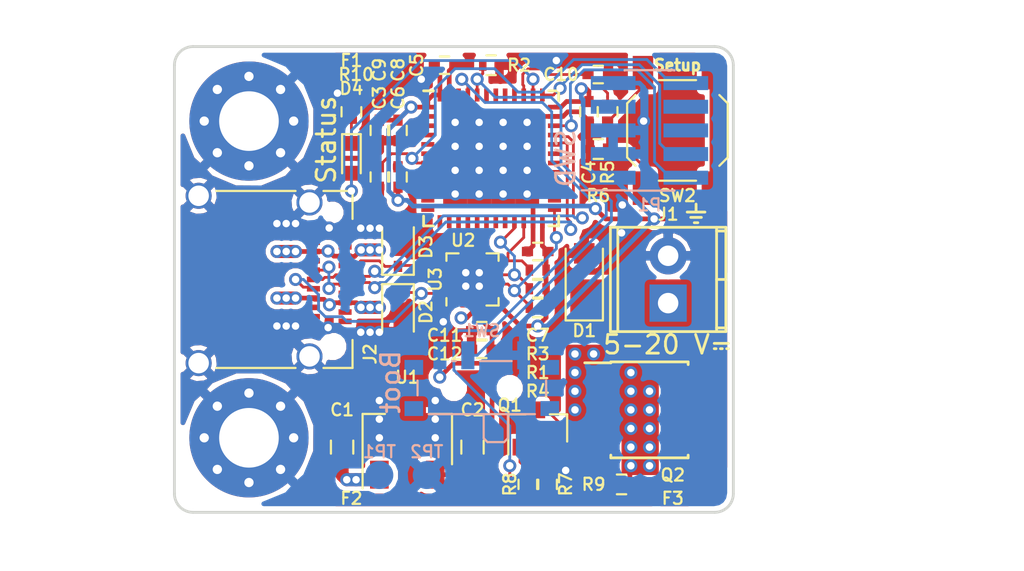
<source format=kicad_pcb>
(kicad_pcb (version 4) (host pcbnew 4.0.6)
  (title_block (title "PD Buddy Sink") (rev 0.3))
  (layers (0 F.Cu signal) (1 In1.Cu signal) (2 In2.Cu signal) (31 B.Cu signal) (34 B.Paste user) (35 F.Paste user) (36 B.SilkS user) (37 F.SilkS user) (38 B.Mask user) (39 F.Mask user) (44 Edge.Cuts user))
  (net 0 "")
  (net 1 VBUS)
  (net 2 GND)
  (net 3 +3V3)
  (net 4 /Microcontroller/nRST)
  (net 5 "/PD PHY/CC2")
  (net 6 "/PD PHY/CC1")
  (net 7 /Microcontroller/SWDIO)
  (net 8 /Microcontroller/SWCLK)
  (net 9 "Net-(Q1-Pad1)")
  (net 10 /Microcontroller/INT_N)
  (net 11 /Microcontroller/SCL)
  (net 12 /Microcontroller/SDA)
  (net 13 "Net-(R5-Pad1)")
  (net 14 /Microcontroller/OUT_CTRL)
  (net 15 "Net-(U2-Pad2)")
  (net 16 "Net-(U2-Pad3)")
  (net 17 "Net-(U2-Pad4)")
  (net 18 "Net-(U2-Pad5)")
  (net 19 "Net-(U2-Pad6)")
  (net 20 "Net-(U2-Pad10)")
  (net 21 "Net-(U2-Pad11)")
  (net 22 "Net-(U2-Pad12)")
  (net 23 "Net-(U2-Pad13)")
  (net 24 "Net-(U2-Pad14)")
  (net 25 "Net-(U2-Pad15)")
  (net 26 "Net-(U2-Pad16)")
  (net 27 "Net-(U2-Pad17)")
  (net 28 "Net-(U2-Pad18)")
  (net 29 "Net-(U2-Pad19)")
  (net 30 "Net-(U2-Pad20)")
  (net 31 "Net-(U2-Pad26)")
  (net 32 "Net-(U2-Pad27)")
  (net 33 "Net-(U2-Pad28)")
  (net 34 "Net-(U2-Pad29)")
  (net 35 "Net-(U2-Pad30)")
  (net 36 "Net-(U2-Pad40)")
  (net 37 "Net-(U2-Pad46)")
  (net 38 "Net-(D4-Pad1)")
  (net 39 /Microcontroller/D+)
  (net 40 /Microcontroller/D-)
  (net 41 /Microcontroller/SETUP)
  (net 42 "Net-(U2-Pad31)")
  (net 43 "Net-(U2-Pad41)")
  (net 44 "Net-(U2-Pad42)")
  (net 45 "Net-(U2-Pad43)")
  (net 46 "Net-(Q1-Pad3)")
  (net 47 /Output/OUT)
  (net 48 /Microcontroller/BOOT)
  (net 49 /Microcontroller/STATUS)
  (net 50 "Net-(U3-Pad12)")
  (net 51 "Net-(U3-Pad13)")
  (net 52 "Net-(P1-Pad6)")
  (net 53 "Net-(P1-Pad7)")
  (net 54 "Net-(P1-Pad8)")
  (net 55 "Net-(J2-PadA2)")
  (net 56 "Net-(J2-PadA3)")
  (net 57 "Net-(J2-PadA10)")
  (net 58 "Net-(J2-PadA8)")
  (net 59 "Net-(J2-PadA11)")
  (net 60 "Net-(J2-PadB2)")
  (net 61 "Net-(J2-PadB3)")
  (net 62 "Net-(J2-PadB8)")
  (net 63 "Net-(J2-PadB10)")
  (net 64 "Net-(J2-PadB11)")
  (module Fiducials:Fiducial_1mm_Dia_2.54mm_Outer_CopperTop (layer F.Cu) (at 110.25 81.25)
    (fp_text reference F3 (at -2 0.5) (layer F.SilkS) (effects (font (size 0.65 0.65) (thickness 0.12))))
    (fp_text value Fiducial_1mm_Dia_2.54mm_Outer_CopperTop)
    (pad ~ smd circle (at 0 0) (size 1 1) (layers F.Cu F.Mask) (clearance 0.77))
  )
  (module Fiducials:Fiducial_1mm_Dia_2.54mm_Outer_CopperTop (layer F.Cu) (at 89 81.25)
    (fp_text reference F2 (at 2 0.5) (layer F.SilkS) (effects (font (size 0.65 0.65) (thickness 0.12))))
    (fp_text value Fiducial_1mm_Dia_2.54mm_Outer_CopperTop)
    (pad ~ smd circle (at 0 0) (size 1 1) (layers F.Cu F.Mask) (clearance 0.77))
  )
  (module Housings_DFN_QFN:QFN-48-1EP_7x7mm_Pitch0.5mm (layer F.Cu) (at 98.5 63.5)
    (fp_text reference U2 (at -1.5 4.4) (layer F.SilkS) (effects (font (size 0.65 0.65) (thickness 0.12))))
    (fp_text value STM32F072C8Ux)
    (pad 1 smd rect (at -3.4 -2.75) (size 0.7 0.25) (layers F.Cu F.Paste F.Mask) (net 3 +3V3))
    (pad 2 smd rect (at -3.4 -2.25) (size 0.7 0.25) (layers F.Cu F.Paste F.Mask) (net 15 "Net-(U2-Pad2)"))
    (pad 3 smd rect (at -3.4 -1.75) (size 0.7 0.25) (layers F.Cu F.Paste F.Mask) (net 16 "Net-(U2-Pad3)"))
    (pad 4 smd rect (at -3.4 -1.25) (size 0.7 0.25) (layers F.Cu F.Paste F.Mask) (net 17 "Net-(U2-Pad4)"))
    (pad 5 smd rect (at -3.4 -0.75) (size 0.7 0.25) (layers F.Cu F.Paste F.Mask) (net 18 "Net-(U2-Pad5)"))
    (pad 6 smd rect (at -3.4 -0.25) (size 0.7 0.25) (layers F.Cu F.Paste F.Mask) (net 19 "Net-(U2-Pad6)"))
    (pad 7 smd rect (at -3.4 0.25) (size 0.7 0.25) (layers F.Cu F.Paste F.Mask) (net 4 /Microcontroller/nRST))
    (pad 8 smd rect (at -3.4 0.75) (size 0.7 0.25) (layers F.Cu F.Paste F.Mask) (net 2 GND))
    (pad 9 smd rect (at -3.4 1.25) (size 0.7 0.25) (layers F.Cu F.Paste F.Mask) (net 3 +3V3))
    (pad 10 smd rect (at -3.4 1.75) (size 0.7 0.25) (layers F.Cu F.Paste F.Mask) (net 20 "Net-(U2-Pad10)"))
    (pad 11 smd rect (at -3.4 2.25) (size 0.7 0.25) (layers F.Cu F.Paste F.Mask) (net 21 "Net-(U2-Pad11)"))
    (pad 12 smd rect (at -3.4 2.75) (size 0.7 0.25) (layers F.Cu F.Paste F.Mask) (net 22 "Net-(U2-Pad12)"))
    (pad 13 smd rect (at -2.75 3.4 90) (size 0.7 0.25) (layers F.Cu F.Paste F.Mask) (net 23 "Net-(U2-Pad13)"))
    (pad 14 smd rect (at -2.25 3.4 90) (size 0.7 0.25) (layers F.Cu F.Paste F.Mask) (net 24 "Net-(U2-Pad14)"))
    (pad 15 smd rect (at -1.75 3.4 90) (size 0.7 0.25) (layers F.Cu F.Paste F.Mask) (net 25 "Net-(U2-Pad15)"))
    (pad 16 smd rect (at -1.25 3.4 90) (size 0.7 0.25) (layers F.Cu F.Paste F.Mask) (net 26 "Net-(U2-Pad16)"))
    (pad 17 smd rect (at -0.75 3.4 90) (size 0.7 0.25) (layers F.Cu F.Paste F.Mask) (net 27 "Net-(U2-Pad17)"))
    (pad 18 smd rect (at -0.25 3.4 90) (size 0.7 0.25) (layers F.Cu F.Paste F.Mask) (net 28 "Net-(U2-Pad18)"))
    (pad 19 smd rect (at 0.25 3.4 90) (size 0.7 0.25) (layers F.Cu F.Paste F.Mask) (net 29 "Net-(U2-Pad19)"))
    (pad 20 smd rect (at 0.75 3.4 90) (size 0.7 0.25) (layers F.Cu F.Paste F.Mask) (net 30 "Net-(U2-Pad20)"))
    (pad 21 smd rect (at 1.25 3.4 90) (size 0.7 0.25) (layers F.Cu F.Paste F.Mask) (net 11 /Microcontroller/SCL))
    (pad 22 smd rect (at 1.75 3.4 90) (size 0.7 0.25) (layers F.Cu F.Paste F.Mask) (net 12 /Microcontroller/SDA))
    (pad 23 smd rect (at 2.25 3.4 90) (size 0.7 0.25) (layers F.Cu F.Paste F.Mask) (net 2 GND))
    (pad 24 smd rect (at 2.75 3.4 90) (size 0.7 0.25) (layers F.Cu F.Paste F.Mask) (net 3 +3V3))
    (pad 25 smd rect (at 3.4 2.75) (size 0.7 0.25) (layers F.Cu F.Paste F.Mask) (net 10 /Microcontroller/INT_N))
    (pad 26 smd rect (at 3.4 2.25) (size 0.7 0.25) (layers F.Cu F.Paste F.Mask) (net 31 "Net-(U2-Pad26)"))
    (pad 27 smd rect (at 3.4 1.75) (size 0.7 0.25) (layers F.Cu F.Paste F.Mask) (net 32 "Net-(U2-Pad27)"))
    (pad 28 smd rect (at 3.4 1.25) (size 0.7 0.25) (layers F.Cu F.Paste F.Mask) (net 33 "Net-(U2-Pad28)"))
    (pad 29 smd rect (at 3.4 0.75) (size 0.7 0.25) (layers F.Cu F.Paste F.Mask) (net 34 "Net-(U2-Pad29)"))
    (pad 30 smd rect (at 3.4 0.25) (size 0.7 0.25) (layers F.Cu F.Paste F.Mask) (net 35 "Net-(U2-Pad30)"))
    (pad 31 smd rect (at 3.4 -0.25) (size 0.7 0.25) (layers F.Cu F.Paste F.Mask) (net 42 "Net-(U2-Pad31)"))
    (pad 32 smd rect (at 3.4 -0.75) (size 0.7 0.25) (layers F.Cu F.Paste F.Mask) (net 40 /Microcontroller/D-))
    (pad 33 smd rect (at 3.4 -1.25) (size 0.7 0.25) (layers F.Cu F.Paste F.Mask) (net 39 /Microcontroller/D+))
    (pad 34 smd rect (at 3.4 -1.75) (size 0.7 0.25) (layers F.Cu F.Paste F.Mask) (net 7 /Microcontroller/SWDIO))
    (pad 35 smd rect (at 3.4 -2.25) (size 0.7 0.25) (layers F.Cu F.Paste F.Mask) (net 2 GND))
    (pad 36 smd rect (at 3.4 -2.75) (size 0.7 0.25) (layers F.Cu F.Paste F.Mask) (net 3 +3V3))
    (pad 37 smd rect (at 2.75 -3.4 90) (size 0.7 0.25) (layers F.Cu F.Paste F.Mask) (net 8 /Microcontroller/SWCLK))
    (pad 38 smd rect (at 2.25 -3.4 90) (size 0.7 0.25) (layers F.Cu F.Paste F.Mask) (net 49 /Microcontroller/STATUS))
    (pad 39 smd rect (at 1.75 -3.4 90) (size 0.7 0.25) (layers F.Cu F.Paste F.Mask) (net 41 /Microcontroller/SETUP))
    (pad 40 smd rect (at 1.25 -3.4 90) (size 0.7 0.25) (layers F.Cu F.Paste F.Mask) (net 36 "Net-(U2-Pad40)"))
    (pad 41 smd rect (at 0.75 -3.4 90) (size 0.7 0.25) (layers F.Cu F.Paste F.Mask) (net 43 "Net-(U2-Pad41)"))
    (pad 42 smd rect (at 0.25 -3.4 90) (size 0.7 0.25) (layers F.Cu F.Paste F.Mask) (net 44 "Net-(U2-Pad42)"))
    (pad 43 smd rect (at -0.25 -3.4 90) (size 0.7 0.25) (layers F.Cu F.Paste F.Mask) (net 45 "Net-(U2-Pad43)"))
    (pad 44 smd rect (at -0.75 -3.4 90) (size 0.7 0.25) (layers F.Cu F.Paste F.Mask) (net 48 /Microcontroller/BOOT))
    (pad 45 smd rect (at -1.25 -3.4 90) (size 0.7 0.25) (layers F.Cu F.Paste F.Mask) (net 14 /Microcontroller/OUT_CTRL))
    (pad 46 smd rect (at -1.75 -3.4 90) (size 0.7 0.25) (layers F.Cu F.Paste F.Mask) (net 37 "Net-(U2-Pad46)"))
    (pad 47 smd rect (at -2.25 -3.4 90) (size 0.7 0.25) (layers F.Cu F.Paste F.Mask) (net 2 GND))
    (pad 48 smd rect (at -2.75 -3.4 90) (size 0.7 0.25) (layers F.Cu F.Paste F.Mask) (net 3 +3V3))
    (pad 49 smd rect (at 1.93125 1.93125) (size 1.2875 1.2875) (layers F.Cu F.Paste F.Mask) (net 2 GND))
    (pad 49 smd rect (at 1.93125 0.64375) (size 1.2875 1.2875) (layers F.Cu F.Paste F.Mask) (net 2 GND))
    (pad 49 smd rect (at 1.93125 -0.64375) (size 1.2875 1.2875) (layers F.Cu F.Paste F.Mask) (net 2 GND))
    (pad 49 smd rect (at 1.93125 -1.93125) (size 1.2875 1.2875) (layers F.Cu F.Paste F.Mask) (net 2 GND))
    (pad 49 smd rect (at 0.64375 1.93125) (size 1.2875 1.2875) (layers F.Cu F.Paste F.Mask) (net 2 GND))
    (pad 49 smd rect (at 0.64375 0.64375) (size 1.2875 1.2875) (layers F.Cu F.Paste F.Mask) (net 2 GND))
    (pad 49 smd rect (at 0.64375 -0.64375) (size 1.2875 1.2875) (layers F.Cu F.Paste F.Mask) (net 2 GND))
    (pad 49 smd rect (at 0.64375 -1.93125) (size 1.2875 1.2875) (layers F.Cu F.Paste F.Mask) (net 2 GND))
    (pad 49 smd rect (at -0.64375 1.93125) (size 1.2875 1.2875) (layers F.Cu F.Paste F.Mask) (net 2 GND))
    (pad 49 smd rect (at -0.64375 0.64375) (size 1.2875 1.2875) (layers F.Cu F.Paste F.Mask) (net 2 GND))
    (pad 49 smd rect (at -0.64375 -0.64375) (size 1.2875 1.2875) (layers F.Cu F.Paste F.Mask) (net 2 GND))
    (pad 49 smd rect (at -0.64375 -1.93125) (size 1.2875 1.2875) (layers F.Cu F.Paste F.Mask) (net 2 GND))
    (pad 49 smd rect (at -1.93125 1.93125) (size 1.2875 1.2875) (layers F.Cu F.Paste F.Mask) (net 2 GND))
    (pad 49 smd rect (at -1.93125 0.64375) (size 1.2875 1.2875) (layers F.Cu F.Paste F.Mask) (net 2 GND))
    (pad 49 smd rect (at -1.93125 -0.64375) (size 1.2875 1.2875) (layers F.Cu F.Paste F.Mask) (net 2 GND))
    (pad 49 smd rect (at -1.93125 -1.93125) (size 1.2875 1.2875) (layers F.Cu F.Paste F.Mask) (net 2 GND))
  )
  (module Connectors_Terminal_Blocks:TerminalBlock_Pheonix_MPT-2.54mm_2pol (layer F.Cu) (at 108 71.27 90)
    (fp_text reference J1 (at 4.77 0 180) (layer F.SilkS) (effects (font (size 0.65 0.65) (thickness 0.12))))
    (fp_text value "5-20 V⎓" (at -2.23 0 180) (layer F.SilkS))
    (pad 2 thru_hole oval (at 2.54 0 90) (size 1.99898 1.99898) (drill 1.09728) (layers *.Cu *.Mask) (net 2 GND))
    (pad 1 thru_hole rect (at 0 0 90) (size 1.99898 1.99898) (drill 1.09728) (layers *.Cu *.Mask) (net 47 /Output/OUT))
  )
  (module Housings_SOIC:SOIC-8_3.9x4.9mm_Pitch1.27mm (layer F.Cu) (at 107 77)
    (fp_text reference Q2 (at 1.25 3.5) (layer F.SilkS) (effects (font (size 0.65 0.65) (thickness 0.12))))
    (fp_text value DMP4015SSS)
    (pad 1 smd rect (at -2.7 -1.905) (size 1.55 0.6) (layers F.Cu F.Paste F.Mask) (net 1 VBUS))
    (pad 2 smd rect (at -2.7 -0.635) (size 1.55 0.6) (layers F.Cu F.Paste F.Mask) (net 1 VBUS))
    (pad 3 smd rect (at -2.7 0.635) (size 1.55 0.6) (layers F.Cu F.Paste F.Mask) (net 1 VBUS))
    (pad 4 smd rect (at -2.7 1.905) (size 1.55 0.6) (layers F.Cu F.Paste F.Mask) (net 46 "Net-(Q1-Pad3)"))
    (pad 5 smd rect (at 2.7 1.905) (size 1.55 0.6) (layers F.Cu F.Paste F.Mask) (net 47 /Output/OUT))
    (pad 6 smd rect (at 2.7 0.635) (size 1.55 0.6) (layers F.Cu F.Paste F.Mask) (net 47 /Output/OUT))
    (pad 7 smd rect (at 2.7 -0.635) (size 1.55 0.6) (layers F.Cu F.Paste F.Mask) (net 47 /Output/OUT))
    (pad 8 smd rect (at 2.7 -1.905) (size 1.55 0.6) (layers F.Cu F.Paste F.Mask) (net 47 /Output/OUT))
  )
  (module TO_SOT_Packages_SMD:SOT-23 (layer F.Cu) (at 101 78 90)
    (fp_text reference Q1 (at 1.25 -1.5 180) (layer F.SilkS) (effects (font (size 0.65 0.65) (thickness 0.12))))
    (fp_text value MMBT2222ALT1G)
    (pad 1 smd rect (at -1 -0.95 90) (size 0.9 0.8) (layers F.Cu F.Paste F.Mask) (net 9 "Net-(Q1-Pad1)"))
    (pad 2 smd rect (at -1 0.95 90) (size 0.9 0.8) (layers F.Cu F.Paste F.Mask) (net 2 GND))
    (pad 3 smd rect (at 1 0 90) (size 0.9 0.8) (layers F.Cu F.Paste F.Mask) (net 46 "Net-(Q1-Pad3)"))
  )
  (module Diodes_SMD:D_SOD-323 (layer F.Cu) (at 93.5 71.75 270)
    (fp_text reference D2 (at 0 -1.5 270) (layer F.SilkS) (effects (font (size 0.65 0.65) (thickness 0.12))))
    (fp_text value CZRF52C5V6)
    (pad 1 smd rect (at -1.05 0 270) (size 0.6 0.45) (layers F.Cu F.Paste F.Mask) (net 5 "/PD PHY/CC2"))
    (pad 2 smd rect (at 1.05 0 270) (size 0.6 0.45) (layers F.Cu F.Paste F.Mask) (net 2 GND))
  )
  (module Diodes_SMD:D_SOD-323 (layer F.Cu) (at 93.5 68.25 90)
    (fp_text reference D3 (at 0 1.5 90) (layer F.SilkS) (effects (font (size 0.65 0.65) (thickness 0.12))))
    (fp_text value CZRF52C5V6)
    (pad 1 smd rect (at -1.05 0 90) (size 0.6 0.45) (layers F.Cu F.Paste F.Mask) (net 6 "/PD PHY/CC1"))
    (pad 2 smd rect (at 1.05 0 90) (size 0.6 0.45) (layers F.Cu F.Paste F.Mask) (net 2 GND))
  )
  (module TO_SOT_Packages_SMD:SOT89-3_Housing (layer F.Cu) (at 94 79 90)
    (fp_text reference U1 (at 3.75 0 180) (layer F.SilkS) (effects (font (size 0.65 0.65) (thickness 0.12))))
    (fp_text value AP2204R-3.3TRG1)
    (pad 1 smd rect (at -1.48 -1.5) (size 1 1.5) (layers F.Cu F.Paste F.Mask) (net 1 VBUS))
    (pad 2 smd rect (at -1.48 0) (size 1 1.5) (layers F.Cu F.Paste F.Mask) (net 2 GND))
    (pad 3 smd rect (at -1.48 1.5) (size 1 1.5) (layers F.Cu F.Paste F.Mask) (net 3 +3V3))
    (pad 2 smd rect (at 1.48 0) (size 2 3) (layers F.Cu F.Paste F.Mask) (net 2 GND))
    (pad 2 smd trapezoid (at -0.37 0 180) (size 1.5 0.75) (rect_delta 0 0.5) (layers F.Cu F.Paste F.Mask) (net 2 GND))
  )
  (module Buttons_Switches_SMD:SW_SPST_SKQG (layer F.Cu) (at 108.5 62 270)
    (fp_text reference SW2 (at 3.5 0 360) (layer F.SilkS) (effects (font (size 0.65 0.65) (thickness 0.12))))
    (fp_text value Setup (at -3.5 0 360) (layer F.SilkS) (effects (font (size 0.6 0.6))))
    (pad 1 smd rect (at -3.1 -1.85 270) (size 1.8 1.1) (layers F.Cu F.Paste F.Mask) (net 3 +3V3))
    (pad 1 smd rect (at 3.1 -1.85 270) (size 1.8 1.1) (layers F.Cu F.Paste F.Mask) (net 3 +3V3))
    (pad 2 smd rect (at -3.1 1.85 270) (size 1.8 1.1) (layers F.Cu F.Paste F.Mask) (net 13 "Net-(R5-Pad1)"))
    (pad 2 smd rect (at 3.1 1.85 270) (size 1.8 1.1) (layers F.Cu F.Paste F.Mask) (net 13 "Net-(R5-Pad1)"))
  )
  (module Diodes_SMD:D_SOD-123F (layer F.Cu) (at 103.5 70 90)
    (fp_text reference D1 (at -2.75 0 180) (layer F.SilkS) (effects (font (size 0.65 0.65) (thickness 0.12))))
    (fp_text value SS14FL)
    (pad 1 smd rect (at -1.4 0 90) (size 1.1 1.1) (layers F.Cu F.Paste F.Mask) (net 47 /Output/OUT))
    (pad 2 smd rect (at 1.4 0 90) (size 1.1 1.1) (layers F.Cu F.Paste F.Mask) (net 2 GND))
  )
  (module pd-buddy:SW_SPDT_PCM12_NOPASTE (layer B.Cu) (at 98 75.5 180)
    (fp_text reference SW1 (at 0 2.75 180) (layer B.SilkS) (effects (font (size 0.65 0.65) (thickness 0.12)) (justify mirror)))
    (fp_text value Boot (at 4.9 0 450) (layer B.SilkS) (effects (justify mirror)))
    (pad "" np_thru_hole circle (at -1.5 -0.33 180) (size 0.9 0.9) (drill 0.9) (layers *.Cu *.Mask))
    (pad "" np_thru_hole circle (at 1.5 -0.33 180) (size 0.9 0.9) (drill 0.9) (layers *.Cu *.Mask))
    (pad 1 smd rect (at -2.25 1.43 180) (size 0.7 1.5) (layers B.Cu B.Mask) (net 2 GND))
    (pad 2 smd rect (at 0.75 1.43 180) (size 0.7 1.5) (layers B.Cu B.Mask) (net 48 /Microcontroller/BOOT))
    (pad 3 smd rect (at 2.25 1.43 180) (size 0.7 1.5) (layers B.Cu B.Mask) (net 3 +3V3))
    (pad "" smd rect (at -3.65 -1.43 180) (size 1 0.8) (layers B.Cu B.Mask))
    (pad "" smd rect (at 3.65 -1.43 180) (size 1 0.8) (layers B.Cu B.Mask))
    (pad "" smd rect (at 3.65 0.78 180) (size 1 0.8) (layers B.Cu B.Mask))
    (pad "" smd rect (at -3.65 0.78 180) (size 1 0.8) (layers B.Cu B.Mask))
  )
  (module Capacitors_SMD:C_0603 (layer F.Cu) (at 90.5 79 90)
    (fp_text reference C1 (at 2 0 180) (layer F.SilkS) (effects (font (size 0.65 0.65) (thickness 0.12))))
    (fp_text value "1.0μF 25V")
    (pad 1 smd rect (at -0.75 0 90) (size 0.8 0.75) (layers F.Cu F.Paste F.Mask) (net 1 VBUS))
    (pad 2 smd rect (at 0.75 0 90) (size 0.8 0.75) (layers F.Cu F.Paste F.Mask) (net 2 GND))
  )
  (module Capacitors_SMD:C_0603 (layer F.Cu) (at 97.5 79 90)
    (fp_text reference C2 (at 2 0 180) (layer F.SilkS) (effects (font (size 0.65 0.65) (thickness 0.12))))
    (fp_text value 2.2μF)
    (pad 1 smd rect (at -0.75 0 90) (size 0.8 0.75) (layers F.Cu F.Paste F.Mask) (net 3 +3V3))
    (pad 2 smd rect (at 0.75 0 90) (size 0.8 0.75) (layers F.Cu F.Paste F.Mask) (net 2 GND))
  )
  (module Capacitors_SMD:C_0402 (layer F.Cu) (at 92.5 64.5 90)
    (fp_text reference C3 (at 4.25 0 90) (layer F.SilkS) (effects (font (size 0.65 0.65) (thickness 0.12))))
    (fp_text value 0.1μF)
    (pad 1 smd rect (at -0.55 0 90) (size 0.6 0.5) (layers F.Cu F.Paste F.Mask) (net 2 GND))
    (pad 2 smd rect (at 0.55 0 90) (size 0.6 0.5) (layers F.Cu F.Paste F.Mask) (net 4 /Microcontroller/nRST))
  )
  (module Capacitors_SMD:C_0402 (layer F.Cu) (at 103.75 61 270)
    (fp_text reference C4 (at 3.25 0 270) (layer F.SilkS) (effects (font (size 0.65 0.65) (thickness 0.12))))
    (fp_text value 0.1μF)
    (pad 1 smd rect (at -0.55 0 270) (size 0.6 0.5) (layers F.Cu F.Paste F.Mask) (net 3 +3V3))
    (pad 2 smd rect (at 0.55 0 270) (size 0.6 0.5) (layers F.Cu F.Paste F.Mask) (net 2 GND))
  )
  (module Capacitors_SMD:C_0402 (layer F.Cu) (at 96 58.5)
    (fp_text reference C5 (at -1.5 0 90) (layer F.SilkS) (effects (font (size 0.65 0.65) (thickness 0.12))))
    (fp_text value 0.1μF)
    (pad 1 smd rect (at -0.55 0) (size 0.6 0.5) (layers F.Cu F.Paste F.Mask) (net 3 +3V3))
    (pad 2 smd rect (at 0.55 0) (size 0.6 0.5) (layers F.Cu F.Paste F.Mask) (net 2 GND))
  )
  (module Capacitors_SMD:C_0402 (layer F.Cu) (at 93.5 64.5 90)
    (fp_text reference C6 (at 4.25 0 90) (layer F.SilkS) (effects (font (size 0.65 0.65) (thickness 0.12))))
    (fp_text value 0.1μF)
    (pad 1 smd rect (at -0.55 0 90) (size 0.6 0.5) (layers F.Cu F.Paste F.Mask) (net 3 +3V3))
    (pad 2 smd rect (at 0.55 0 90) (size 0.6 0.5) (layers F.Cu F.Paste F.Mask) (net 2 GND))
  )
  (module Capacitors_SMD:C_0402 (layer F.Cu) (at 101 68.5 180)
    (fp_text reference C7 (at 0 -4.5 180) (layer F.SilkS) (effects (font (size 0.65 0.65) (thickness 0.12))))
    (fp_text value 0.1μF)
    (pad 1 smd rect (at -0.55 0 180) (size 0.6 0.5) (layers F.Cu F.Paste F.Mask) (net 3 +3V3))
    (pad 2 smd rect (at 0.55 0 180) (size 0.6 0.5) (layers F.Cu F.Paste F.Mask) (net 2 GND))
  )
  (module Capacitors_SMD:C_0402 (layer F.Cu) (at 93.5 62 270)
    (fp_text reference C8 (at -3.25 0 270) (layer F.SilkS) (effects (font (size 0.65 0.65) (thickness 0.12))))
    (fp_text value 0.1μF)
    (pad 1 smd rect (at -0.55 0 270) (size 0.6 0.5) (layers F.Cu F.Paste F.Mask) (net 3 +3V3))
    (pad 2 smd rect (at 0.55 0 270) (size 0.6 0.5) (layers F.Cu F.Paste F.Mask) (net 2 GND))
  )
  (module Capacitors_SMD:C_0402 (layer F.Cu) (at 92.5 62 270)
    (fp_text reference C9 (at -3.25 0 270) (layer F.SilkS) (effects (font (size 0.65 0.65) (thickness 0.12))))
    (fp_text value 1μF)
    (pad 1 smd rect (at -0.55 0 270) (size 0.6 0.5) (layers F.Cu F.Paste F.Mask) (net 3 +3V3))
    (pad 2 smd rect (at 0.55 0 270) (size 0.6 0.5) (layers F.Cu F.Paste F.Mask) (net 2 GND))
  )
  (module Capacitors_SMD:C_0402 (layer F.Cu) (at 104.25 59)
    (fp_text reference C10 (at -2 0) (layer F.SilkS) (effects (font (size 0.65 0.65) (thickness 0.12))))
    (fp_text value 0.1μF)
    (pad 1 smd rect (at -0.55 0) (size 0.6 0.5) (layers F.Cu F.Paste F.Mask) (net 41 /Microcontroller/SETUP))
    (pad 2 smd rect (at 0.55 0) (size 0.6 0.5) (layers F.Cu F.Paste F.Mask) (net 2 GND))
  )
  (module Capacitors_SMD:C_0402 (layer F.Cu) (at 98 72.75 180)
    (fp_text reference C11 (at 2 -0.25 180) (layer F.SilkS) (effects (font (size 0.65 0.65) (thickness 0.12))))
    (fp_text value 0.1μF)
    (pad 1 smd rect (at -0.55 0 180) (size 0.6 0.5) (layers F.Cu F.Paste F.Mask) (net 3 +3V3))
    (pad 2 smd rect (at 0.55 0 180) (size 0.6 0.5) (layers F.Cu F.Paste F.Mask) (net 2 GND))
  )
  (module Capacitors_SMD:C_0402 (layer F.Cu) (at 98 73.75 180)
    (fp_text reference C12 (at 2 -0.25 180) (layer F.SilkS) (effects (font (size 0.65 0.65) (thickness 0.12))))
    (fp_text value 1μF)
    (pad 1 smd rect (at -0.55 0 180) (size 0.6 0.5) (layers F.Cu F.Paste F.Mask) (net 3 +3V3))
    (pad 2 smd rect (at 0.55 0 180) (size 0.6 0.5) (layers F.Cu F.Paste F.Mask) (net 2 GND))
  )
  (module LEDs:LED_0603 (layer F.Cu) (at 91 63.5 270)
    (fp_text reference D4 (at -3.75 0 360) (layer F.SilkS) (effects (font (size 0.65 0.65) (thickness 0.12))))
    (fp_text value Status (at -1 1.35 270) (layer F.SilkS))
    (pad 2 smd rect (at 0.8 0 90) (size 0.8 0.8) (layers F.Cu F.Paste F.Mask) (net 49 /Microcontroller/STATUS))
    (pad 1 smd rect (at -0.8 0 90) (size 0.8 0.8) (layers F.Cu F.Paste F.Mask) (net 38 "Net-(D4-Pad1)"))
  )
  (module Resistors_SMD:R_0402 (layer F.Cu) (at 101 70.5)
    (fp_text reference R1 (at 0 4.5) (layer F.SilkS) (effects (font (size 0.65 0.65) (thickness 0.12))))
    (fp_text value 2kΩ)
    (pad 1 smd rect (at -0.45 0) (size 0.4 0.6) (layers F.Cu F.Paste F.Mask) (net 11 /Microcontroller/SCL))
    (pad 2 smd rect (at 0.45 0) (size 0.4 0.6) (layers F.Cu F.Paste F.Mask) (net 3 +3V3))
  )
  (module Resistors_SMD:R_0402 (layer F.Cu) (at 98.5 58.5 180)
    (fp_text reference R2 (at -1.5 0 180) (layer F.SilkS) (effects (font (size 0.65 0.65) (thickness 0.12))))
    (fp_text value 10kΩ)
    (pad 1 smd rect (at -0.45 0 180) (size 0.4 0.6) (layers F.Cu F.Paste F.Mask) (net 2 GND))
    (pad 2 smd rect (at 0.45 0 180) (size 0.4 0.6) (layers F.Cu F.Paste F.Mask) (net 48 /Microcontroller/BOOT))
  )
  (module Resistors_SMD:R_0402 (layer F.Cu) (at 101 69.5)
    (fp_text reference R3 (at 0 4.5) (layer F.SilkS) (effects (font (size 0.65 0.65) (thickness 0.12))))
    (fp_text value 2kΩ)
    (pad 1 smd rect (at -0.45 0) (size 0.4 0.6) (layers F.Cu F.Paste F.Mask) (net 12 /Microcontroller/SDA))
    (pad 2 smd rect (at 0.45 0) (size 0.4 0.6) (layers F.Cu F.Paste F.Mask) (net 3 +3V3))
  )
  (module Resistors_SMD:R_0402 (layer F.Cu) (at 101 71.5)
    (fp_text reference R4 (at 0 4.5) (layer F.SilkS) (effects (font (size 0.65 0.65) (thickness 0.12))))
    (fp_text value 2kΩ)
    (pad 1 smd rect (at -0.45 0) (size 0.4 0.6) (layers F.Cu F.Paste F.Mask) (net 10 /Microcontroller/INT_N))
    (pad 2 smd rect (at 0.45 0) (size 0.4 0.6) (layers F.Cu F.Paste F.Mask) (net 3 +3V3))
  )
  (module Resistors_SMD:R_0402 (layer F.Cu) (at 104.75 61 90)
    (fp_text reference R5 (at -3.25 0 90) (layer F.SilkS) (effects (font (size 0.65 0.65) (thickness 0.12))))
    (fp_text value 10kΩ)
    (pad 1 smd rect (at -0.45 0 90) (size 0.4 0.6) (layers F.Cu F.Paste F.Mask) (net 13 "Net-(R5-Pad1)"))
    (pad 2 smd rect (at 0.45 0 90) (size 0.4 0.6) (layers F.Cu F.Paste F.Mask) (net 41 /Microcontroller/SETUP))
  )
  (module Resistors_SMD:R_0402 (layer F.Cu) (at 104.25 63 180)
    (fp_text reference R6 (at 0 -2.5 180) (layer F.SilkS) (effects (font (size 0.65 0.65) (thickness 0.12))))
    (fp_text value 10kΩ)
    (pad 1 smd rect (at -0.45 0 180) (size 0.4 0.6) (layers F.Cu F.Paste F.Mask) (net 13 "Net-(R5-Pad1)"))
    (pad 2 smd rect (at 0.45 0 180) (size 0.4 0.6) (layers F.Cu F.Paste F.Mask) (net 2 GND))
  )
  (module Resistors_SMD:R_0402 (layer F.Cu) (at 101.5 81 90)
    (fp_text reference R7 (at 0 1 90) (layer F.SilkS) (effects (font (size 0.65 0.65) (thickness 0.12))))
    (fp_text value 10kΩ)
    (pad 1 smd rect (at -0.45 0 90) (size 0.4 0.6) (layers F.Cu F.Paste F.Mask) (net 14 /Microcontroller/OUT_CTRL))
    (pad 2 smd rect (at 0.45 0 90) (size 0.4 0.6) (layers F.Cu F.Paste F.Mask) (net 2 GND))
  )
  (module Resistors_SMD:R_0402 (layer F.Cu) (at 100.5 81 90)
    (fp_text reference R8 (at 0 -1 90) (layer F.SilkS) (effects (font (size 0.65 0.65) (thickness 0.12))))
    (fp_text value 2kΩ)
    (pad 1 smd rect (at -0.45 0 90) (size 0.4 0.6) (layers F.Cu F.Paste F.Mask) (net 14 /Microcontroller/OUT_CTRL))
    (pad 2 smd rect (at 0.45 0 90) (size 0.4 0.6) (layers F.Cu F.Paste F.Mask) (net 9 "Net-(Q1-Pad1)"))
  )
  (module Resistors_SMD:R_0402 (layer F.Cu) (at 91 61 90)
    (fp_text reference R10 (at 2 0.25 180) (layer F.SilkS) (effects (font (size 0.65 0.65) (thickness 0.12))))
    (fp_text value 220Ω)
    (pad 1 smd rect (at -0.45 0 90) (size 0.4 0.6) (layers F.Cu F.Paste F.Mask) (net 38 "Net-(D4-Pad1)"))
    (pad 2 smd rect (at 0.45 0 90) (size 0.4 0.6) (layers F.Cu F.Paste F.Mask) (net 2 GND))
  )
  (module Mounting_Holes:MountingHole_3.2mm_M3_Pad_Via (layer F.Cu) (at 85.5 78.5 90)
    (fp_text reference MK1)
    (fp_text value M3)
    (pad 1 thru_hole circle (at 0 0 90) (size 6.4 6.4) (drill 3.2) (layers *.Cu *.Mask) (net 2 GND))
    (pad "" thru_hole circle (at 2.4 0 90) (size 0.6 0.6) (drill 0.5) (layers *.Cu *.Mask))
    (pad "" thru_hole circle (at 1.697056 1.697056 90) (size 0.6 0.6) (drill 0.5) (layers *.Cu *.Mask))
    (pad "" thru_hole circle (at 0 2.4 90) (size 0.6 0.6) (drill 0.5) (layers *.Cu *.Mask))
    (pad "" thru_hole circle (at -1.697056 1.697056 90) (size 0.6 0.6) (drill 0.5) (layers *.Cu *.Mask))
    (pad "" thru_hole circle (at -2.4 0 90) (size 0.6 0.6) (drill 0.5) (layers *.Cu *.Mask))
    (pad "" thru_hole circle (at -1.697056 -1.697056 90) (size 0.6 0.6) (drill 0.5) (layers *.Cu *.Mask))
    (pad "" thru_hole circle (at 0 -2.4 90) (size 0.6 0.6) (drill 0.5) (layers *.Cu *.Mask))
    (pad "" thru_hole circle (at 1.697056 -1.697056 90) (size 0.6 0.6) (drill 0.5) (layers *.Cu *.Mask))
  )
  (module Mounting_Holes:MountingHole_3.2mm_M3_Pad_Via (layer F.Cu) (at 85.5 61.5 90)
    (fp_text reference MK2)
    (fp_text value M3)
    (pad 1 thru_hole circle (at 0 0 90) (size 6.4 6.4) (drill 3.2) (layers *.Cu *.Mask) (net 2 GND))
    (pad "" thru_hole circle (at 2.4 0 90) (size 0.6 0.6) (drill 0.5) (layers *.Cu *.Mask))
    (pad "" thru_hole circle (at 1.697056 1.697056 90) (size 0.6 0.6) (drill 0.5) (layers *.Cu *.Mask))
    (pad "" thru_hole circle (at 0 2.4 90) (size 0.6 0.6) (drill 0.5) (layers *.Cu *.Mask))
    (pad "" thru_hole circle (at -1.697056 1.697056 90) (size 0.6 0.6) (drill 0.5) (layers *.Cu *.Mask))
    (pad "" thru_hole circle (at -2.4 0 90) (size 0.6 0.6) (drill 0.5) (layers *.Cu *.Mask))
    (pad "" thru_hole circle (at -1.697056 -1.697056 90) (size 0.6 0.6) (drill 0.5) (layers *.Cu *.Mask))
    (pad "" thru_hole circle (at 0 -2.4 90) (size 0.6 0.6) (drill 0.5) (layers *.Cu *.Mask))
    (pad "" thru_hole circle (at 1.697056 -1.697056 90) (size 0.6 0.6) (drill 0.5) (layers *.Cu *.Mask))
  )
  (module Resistors_SMD:R_0402 (layer F.Cu) (at 105.5 81 180)
    (fp_text reference R9 (at 1.5 0 180) (layer F.SilkS) (effects (font (size 0.65 0.65) (thickness 0.12))))
    (fp_text value 100kΩ)
    (pad 1 smd rect (at -0.45 0 180) (size 0.4 0.6) (layers F.Cu F.Paste F.Mask) (net 1 VBUS))
    (pad 2 smd rect (at 0.45 0 180) (size 0.4 0.6) (layers F.Cu F.Paste F.Mask) (net 46 "Net-(Q1-Pad3)"))
  )
  (module Measurement_Points:Measurement_Point_Round-SMD-Pad_Small (layer B.Cu) (at 92.5 80.5)
    (fp_text reference TP1 (at 0 -1.25) (layer B.SilkS) (effects (font (size 0.65 0.65) (thickness 0.12)) (justify mirror)))
    (fp_text value VBUS)
    (pad 1 smd circle (at 0 0) (size 1.5 1.5) (layers B.Cu B.Mask) (net 1 VBUS))
  )
  (module Measurement_Points:Measurement_Point_Round-SMD-Pad_Small (layer B.Cu) (at 95.04 80.5)
    (fp_text reference TP2 (at 0 -1.25) (layer B.SilkS) (effects (font (size 0.65 0.65) (thickness 0.12)) (justify mirror)))
    (fp_text value GND)
    (pad 1 smd circle (at 0 0) (size 1.5 1.5) (layers B.Cu B.Mask) (net 2 GND))
  )
  (module Fiducials:Fiducial_1mm_Dia_2.54mm_Outer_CopperTop (layer F.Cu) (at 89 58.75)
    (fp_text reference F1 (at 2 -0.5) (layer F.SilkS) (effects (font (size 0.65 0.65) (thickness 0.12))))
    (fp_text value Fiducial_1mm_Dia_2.54mm_Outer_CopperTop)
    (pad ~ smd circle (at 0 0) (size 1 1) (layers F.Cu F.Mask) (clearance 0.77))
  )
  (module Housings_DFN_QFN:Fairchild_MLP14D (layer F.Cu) (at 97.5 70 90)
    (fp_text reference U3 (at 0 -2 90) (layer F.SilkS) (effects (font (size 0.65 0.65) (thickness 0.12))))
    (fp_text value FUSB302BMPX)
    (pad 2 smd rect (at -1.215 0 90) (size 0.58 0.3) (layers F.Cu F.Paste F.Mask) (net 1 VBUS))
    (pad 1 smd rect (at -1.215 -0.5 90) (size 0.58 0.3) (layers F.Cu F.Paste F.Mask) (net 5 "/PD PHY/CC2"))
    (pad 3 smd rect (at -1.215 0.5 90) (size 0.58 0.3) (layers F.Cu F.Paste F.Mask) (net 3 +3V3))
    (pad 8 smd rect (at 1.215 0.5 90) (size 0.58 0.3) (layers F.Cu F.Paste F.Mask) (net 2 GND))
    (pad 10 smd rect (at 1.215 -0.5 90) (size 0.58 0.3) (layers F.Cu F.Paste F.Mask) (net 6 "/PD PHY/CC1"))
    (pad 9 smd rect (at 1.215 0 90) (size 0.58 0.3) (layers F.Cu F.Paste F.Mask) (net 2 GND))
    (pad 4 smd rect (at -0.75 1.215 90) (size 0.3 0.58) (layers F.Cu F.Paste F.Mask) (net 3 +3V3))
    (pad 5 smd rect (at -0.25 1.215 90) (size 0.3 0.58) (layers F.Cu F.Paste F.Mask) (net 10 /Microcontroller/INT_N))
    (pad 6 smd rect (at 0.25 1.215 90) (size 0.3 0.58) (layers F.Cu F.Paste F.Mask) (net 11 /Microcontroller/SCL))
    (pad 7 smd rect (at 0.75 1.215 90) (size 0.3 0.58) (layers F.Cu F.Paste F.Mask) (net 12 /Microcontroller/SDA))
    (pad 11 smd rect (at 0.75 -1.215 90) (size 0.3 0.58) (layers F.Cu F.Paste F.Mask) (net 6 "/PD PHY/CC1"))
    (pad 12 smd rect (at 0.25 -1.215 90) (size 0.3 0.58) (layers F.Cu F.Paste F.Mask) (net 50 "Net-(U3-Pad12)"))
    (pad 13 smd rect (at -0.25 -1.215 90) (size 0.3 0.58) (layers F.Cu F.Paste F.Mask) (net 51 "Net-(U3-Pad13)"))
    (pad 14 smd rect (at -0.75 -1.215 90) (size 0.3 0.58) (layers F.Cu F.Paste F.Mask) (net 5 "/PD PHY/CC2"))
    (pad 15 smd rect (at -0.3625 0.3625 90) (size 0.725 0.725) (layers F.Cu F.Paste F.Mask) (net 2 GND))
    (pad 15 smd rect (at 0.3625 0.3625 90) (size 0.725 0.725) (layers F.Cu F.Paste F.Mask) (net 2 GND))
    (pad 15 smd rect (at -0.3625 -0.3625 90) (size 0.725 0.725) (layers F.Cu F.Paste F.Mask) (net 2 GND))
    (pad 15 smd rect (at 0.3625 -0.3625 90) (size 0.725 0.725) (layers F.Cu F.Paste F.Mask) (net 2 GND))
  )
  (module pd-buddy:Pin_Header_Straight_2x05_Pitch1.27mm_SMD_NOPASTE (layer B.Cu) (at 107 62)
    (fp_text reference P1 (at 0 4) (layer B.SilkS) (effects (font (size 0.65 0.65) (thickness 0.12)) (justify mirror)))
    (fp_text value SWD (at -4.5 1.5 90) (layer B.SilkS) (effects (justify mirror)))
    (pad 1 smd rect (at -1.95 2.54) (size 2.4 0.75) (layers B.Cu B.Mask) (net 3 +3V3))
    (pad 2 smd rect (at 1.95 2.54) (size 2.4 0.75) (layers B.Cu B.Mask) (net 7 /Microcontroller/SWDIO))
    (pad 3 smd rect (at -1.95 1.27) (size 2.4 0.75) (layers B.Cu B.Mask) (net 2 GND))
    (pad 4 smd rect (at 1.95 1.27) (size 2.4 0.75) (layers B.Cu B.Mask) (net 8 /Microcontroller/SWCLK))
    (pad 5 smd rect (at -1.95 0) (size 2.4 0.75) (layers B.Cu B.Mask) (net 2 GND))
    (pad 6 smd rect (at 1.95 0) (size 2.4 0.75) (layers B.Cu B.Mask) (net 52 "Net-(P1-Pad6)"))
    (pad 7 smd rect (at -1.95 -1.27) (size 2.4 0.75) (layers B.Cu B.Mask) (net 53 "Net-(P1-Pad7)"))
    (pad 8 smd rect (at 1.95 -1.27) (size 2.4 0.75) (layers B.Cu B.Mask) (net 54 "Net-(P1-Pad8)"))
    (pad 9 smd rect (at -1.95 -2.54) (size 2.4 0.75) (layers B.Cu B.Mask) (net 2 GND))
    (pad 10 smd rect (at 1.95 -2.54) (size 2.4 0.75) (layers B.Cu B.Mask) (net 4 /Microcontroller/nRST))
  )
  (module pd-buddy:Amphenol-12401610E4#2A (layer F.Cu) (at 90 70 270)
    (fp_text reference J2 (at 4 -2 270) (layer F.SilkS) (effects (font (size 0.65 0.65) (thickness 0.12))))
    (fp_text value USB_C_Receptacle)
    (pad S1 thru_hole circle (at -4.13 1.25 270) (size 1.4 1.4) (drill 1.1) (layers *.Cu *.Mask) (net 2 GND))
    (pad A1 smd rect (at -2.75 -0.66 270) (size 0.3 0.7) (layers F.Cu F.Paste F.Mask) (net 2 GND))
    (pad A2 smd rect (at -2.25 -0.66 270) (size 0.3 0.7) (layers F.Cu F.Paste F.Mask) (net 55 "Net-(J2-PadA2)"))
    (pad A3 smd rect (at -1.75 -0.66 270) (size 0.3 0.7) (layers F.Cu F.Paste F.Mask) (net 56 "Net-(J2-PadA3)"))
    (pad A4 smd rect (at -1.25 -0.66 270) (size 0.3 0.7) (layers F.Cu F.Paste F.Mask) (net 1 VBUS))
    (pad A5 smd rect (at -0.75 -0.66 270) (size 0.3 0.7) (layers F.Cu F.Paste F.Mask) (net 6 "/PD PHY/CC1"))
    (pad A6 smd rect (at -0.25 -0.66 270) (size 0.3 0.7) (layers F.Cu F.Paste F.Mask) (net 39 /Microcontroller/D+))
    (pad A7 smd rect (at 0.25 -0.66 270) (size 0.3 0.7) (layers F.Cu F.Paste F.Mask) (net 40 /Microcontroller/D-))
    (pad A12 smd rect (at 2.75 -0.66 270) (size 0.3 0.7) (layers F.Cu F.Paste F.Mask) (net 2 GND))
    (pad A10 smd rect (at 1.75 -0.66 270) (size 0.3 0.7) (layers F.Cu F.Paste F.Mask) (net 57 "Net-(J2-PadA10)"))
    (pad A9 smd rect (at 1.25 -0.66 270) (size 0.3 0.7) (layers F.Cu F.Paste F.Mask) (net 1 VBUS))
    (pad A8 smd rect (at 0.75 -0.66 270) (size 0.3 0.7) (layers F.Cu F.Paste F.Mask) (net 58 "Net-(J2-PadA8)"))
    (pad A11 smd rect (at 2.25 -0.66 270) (size 0.3 0.7) (layers F.Cu F.Paste F.Mask) (net 59 "Net-(J2-PadA11)"))
    (pad B1 smd rect (at 2.5 1.04 270) (size 0.3 0.7) (layers F.Cu F.Paste F.Mask) (net 2 GND))
    (pad S1 thru_hole circle (at 4.13 1.25 270) (size 1.4 1.4) (drill 1.1) (layers *.Cu *.Mask) (net 2 GND))
    (pad S1 thru_hole circle (at 4.49 7.2 270) (size 1.4 1.4) (drill 1.1) (layers *.Cu *.Mask) (net 2 GND))
    (pad S1 thru_hole circle (at -4.49 7.2 270) (size 1.4 1.4) (drill 1.1) (layers *.Cu *.Mask) (net 2 GND))
    (pad "" np_thru_hole circle (at 3.6 0 270) (size 0.95 0.95) (drill 0.95) (layers *.Cu *.Mask))
    (pad "" np_thru_hole circle (at -3.6 0 270) (size 0.65 0.65) (drill 0.65) (layers *.Cu *.Mask))
    (pad B2 smd rect (at 2 1.04 270) (size 0.3 0.7) (layers F.Cu F.Paste F.Mask) (net 60 "Net-(J2-PadB2)"))
    (pad B3 smd rect (at 1.5 1.04 270) (size 0.3 0.7) (layers F.Cu F.Paste F.Mask) (net 61 "Net-(J2-PadB3)"))
    (pad B4 smd rect (at 1 1.04 270) (size 0.3 0.7) (layers F.Cu F.Paste F.Mask) (net 1 VBUS))
    (pad B5 smd rect (at 0.5 1.04 270) (size 0.3 0.7) (layers F.Cu F.Paste F.Mask) (net 5 "/PD PHY/CC2"))
    (pad B6 smd rect (at 0 1.04 270) (size 0.3 0.7) (layers F.Cu F.Paste F.Mask) (net 39 /Microcontroller/D+))
    (pad B7 smd rect (at -0.5 1.04 270) (size 0.3 0.7) (layers F.Cu F.Paste F.Mask) (net 40 /Microcontroller/D-))
    (pad B8 smd rect (at -1 1.04 270) (size 0.3 0.7) (layers F.Cu F.Paste F.Mask) (net 62 "Net-(J2-PadB8)"))
    (pad B9 smd rect (at -1.5 1.04 270) (size 0.3 0.7) (layers F.Cu F.Paste F.Mask) (net 1 VBUS))
    (pad B10 smd rect (at -2 1.04 270) (size 0.3 0.7) (layers F.Cu F.Paste F.Mask) (net 63 "Net-(J2-PadB10)"))
    (pad B11 smd rect (at -2.5 1.04 270) (size 0.3 0.7) (layers F.Cu F.Paste F.Mask) (net 64 "Net-(J2-PadB11)"))
    (pad B12 smd rect (at -3 1.04 270) (size 0.3 0.7) (layers F.Cu F.Paste F.Mask) (net 2 GND))
  )
  (gr_text ⏚ (at 109.5 66.5) (layer F.SilkS) (effects (font (size 1 1))))
  (gr_arc (start 110.5 81.5) (end 111.5 81.5) (angle 90) (layer Edge.Cuts) (width 0.15))
  (gr_arc (start 110.5 58.5) (end 110.5 57.5) (angle 90) (layer Edge.Cuts) (width 0.15))
  (gr_arc (start 82.5 81.5) (end 82.5 82.5) (angle 90) (layer Edge.Cuts) (width 0.15))
  (gr_arc (start 82.5 58.5) (end 81.5 58.5) (angle 90) (layer Edge.Cuts) (width 0.15))
  (gr_line (start 110.5 57.5) (end 82.5 57.5) (layer Edge.Cuts) (width 0.15))
  (gr_line (start 111.5 81.5) (end 111.5 58.5) (layer Edge.Cuts) (width 0.15))
  (gr_line (start 82.5 82.5) (end 110.5 82.5) (layer Edge.Cuts) (width 0.15))
  (gr_line (start 81.5 58.5) (end 81.5 81.5) (layer Edge.Cuts) (width 0.15))
  (segment (start 97.192337 72.062663) (end 96.88761 72.062663) (width 0.25) (layer F.Cu) (net 1))
  (segment (start 97.5 71.755) (end 97.192337 72.062663) (width 0.25) (layer F.Cu) (net 1))
  (segment (start 97.5 71.215) (end 97.5 71.755) (width 0.25) (layer F.Cu) (net 1))
  (via (at 96.88761 72.062663) (size 0.7) (drill 0.4) (layers F.Cu B.Cu) (net 1))
  (segment (start 90.75 80.75) (end 91.25 80.75) (width 0.7) (layer F.Cu) (net 1))
  (segment (start 90.75 80.75) (end 91.25 80.75) (width 0.7) (layer B.Cu) (net 1))
  (segment (start 91.25 80.75) (end 92.25 80.75) (width 0.7) (layer B.Cu) (net 1))
  (segment (start 92.25 80.75) (end 92.5 80.5) (width 0.7) (layer B.Cu) (net 1))
  (segment (start 91.25 80.75) (end 92.23 80.75) (width 0.7) (layer F.Cu) (net 1))
  (segment (start 92.23 80.75) (end 92.5 80.48) (width 0.7) (layer F.Cu) (net 1))
  (via (at 91.25 80.75) (size 0.7) (drill 0.4) (layers F.Cu B.Cu) (net 1))
  (segment (start 90.5 79.75) (end 90.5 80.5) (width 0.7) (layer F.Cu) (net 1))
  (segment (start 90.5 80.5) (end 90.75 80.75) (width 0.7) (layer F.Cu) (net 1))
  (via (at 90.75 80.75) (size 0.7) (drill 0.4) (layers F.Cu B.Cu) (net 1))
  (segment (start 106 77) (end 106 76) (width 0.6) (layer F.Cu) (net 1))
  (via (at 106 76) (size 0.7) (drill 0.4) (layers F.Cu B.Cu) (net 1))
  (segment (start 106 78) (end 106 77) (width 0.6) (layer F.Cu) (net 1))
  (via (at 106 77) (size 0.7) (drill 0.4) (layers F.Cu B.Cu) (net 1))
  (segment (start 106.095 75.095) (end 106 75) (width 0.6) (layer F.Cu) (net 1))
  (segment (start 107 76) (end 106 75) (width 0.6) (layer F.Cu) (net 1))
  (via (at 106 75) (size 0.7) (drill 0.4) (layers F.Cu B.Cu) (net 1))
  (segment (start 104.3 75.095) (end 106.095 75.095) (width 0.6) (layer F.Cu) (net 1))
  (segment (start 106 79) (end 106 78) (width 0.6) (layer F.Cu) (net 1))
  (via (at 106 78) (size 0.7) (drill 0.4) (layers F.Cu B.Cu) (net 1))
  (segment (start 105.95 80.05) (end 106 80) (width 0.25) (layer F.Cu) (net 1))
  (segment (start 105.95 81) (end 105.95 80.05) (width 0.25) (layer F.Cu) (net 1))
  (segment (start 107 80) (end 106 80) (width 0.6) (layer F.Cu) (net 1))
  (via (at 106 80) (size 0.7) (drill 0.4) (layers F.Cu B.Cu) (net 1))
  (segment (start 107 79) (end 106 79) (width 0.6) (layer F.Cu) (net 1))
  (via (at 106 79) (size 0.7) (drill 0.4) (layers F.Cu B.Cu) (net 1))
  (segment (start 107 79) (end 107 80) (width 0.6) (layer F.Cu) (net 1))
  (via (at 107 80) (size 0.7) (drill 0.4) (layers F.Cu B.Cu) (net 1))
  (segment (start 103 77) (end 103 76) (width 0.6) (layer F.Cu) (net 1))
  (segment (start 103 76) (end 103 75) (width 0.6) (layer F.Cu) (net 1))
  (segment (start 103 75) (end 103 74) (width 0.6) (layer F.Cu) (net 1))
  (segment (start 103 74) (end 104 74) (width 0.6) (layer F.Cu) (net 1))
  (segment (start 107 78) (end 107 79) (width 0.6) (layer F.Cu) (net 1))
  (via (at 107 79) (size 0.7) (drill 0.4) (layers F.Cu B.Cu) (net 1))
  (segment (start 107 77) (end 107 78) (width 0.6) (layer F.Cu) (net 1))
  (via (at 107 78) (size 0.7) (drill 0.4) (layers F.Cu B.Cu) (net 1))
  (segment (start 107 76) (end 107 77) (width 0.6) (layer F.Cu) (net 1))
  (via (at 107 77) (size 0.7) (drill 0.4) (layers F.Cu B.Cu) (net 1))
  (via (at 107 76) (size 0.7) (drill 0.4) (layers F.Cu B.Cu) (net 1))
  (via (at 104 74) (size 0.7) (drill 0.4) (layers F.Cu B.Cu) (net 1))
  (via (at 103 74) (size 0.7) (drill 0.4) (layers F.Cu B.Cu) (net 1))
  (via (at 103 75) (size 0.7) (drill 0.4) (layers F.Cu B.Cu) (net 1))
  (via (at 103 76) (size 0.7) (drill 0.4) (layers F.Cu B.Cu) (net 1))
  (segment (start 104.3 77.635) (end 103.635 77.635) (width 0.6) (layer F.Cu) (net 1))
  (segment (start 103.635 77.635) (end 103 77) (width 0.6) (layer F.Cu) (net 1))
  (via (at 103 77) (size 0.7) (drill 0.4) (layers F.Cu B.Cu) (net 1))
  (segment (start 88 68.5) (end 87.499996 68.5) (width 0.7) (layer F.Cu) (net 1))
  (via (at 87.499996 68.5) (size 0.7) (drill 0.4) (layers F.Cu B.Cu) (net 1))
  (via (at 91.519791 68.41499) (size 0.7) (drill 0.4) (layers F.Cu B.Cu) (net 1))
  (segment (start 90.66 68.75) (end 90.674989 68.764989) (width 0.25) (layer F.Cu) (net 1))
  (segment (start 91.999996 68.41499) (end 91.519791 68.41499) (width 0.7) (layer F.Cu) (net 1))
  (segment (start 90.674989 68.764989) (end 91.169792 68.764989) (width 0.25) (layer F.Cu) (net 1))
  (segment (start 91.169792 68.764989) (end 91.519791 68.41499) (width 0.25) (layer F.Cu) (net 1))
  (via (at 91.999996 68.41499) (size 0.7) (drill 0.4) (layers F.Cu B.Cu) (net 1))
  (segment (start 89.723059 68.5) (end 89.744915 68.478144) (width 0.25) (layer F.Cu) (net 1))
  (segment (start 90.66 68.75) (end 90.06 68.75) (width 0.25) (layer F.Cu) (net 1))
  (segment (start 89.788144 68.478144) (end 89.744915 68.478144) (width 0.25) (layer F.Cu) (net 1))
  (via (at 89.744915 68.478144) (size 0.7) (drill 0.4) (layers F.Cu B.Cu) (net 1))
  (segment (start 90.06 68.75) (end 89.788144 68.478144) (width 0.25) (layer F.Cu) (net 1))
  (segment (start 92.5 68.41499) (end 91.999996 68.41499) (width 0.7) (layer F.Cu) (net 1))
  (via (at 92.5 68.41499) (size 0.7) (drill 0.4) (layers F.Cu B.Cu) (net 1))
  (segment (start 87.999986 71) (end 87 71) (width 0.7) (layer F.Cu) (net 1))
  (via (at 87 71) (size 0.7) (drill 0.4) (layers F.Cu B.Cu) (net 1))
  (segment (start 87.999986 71) (end 87.5 71) (width 0.7) (layer F.Cu) (net 1))
  (via (at 87.5 71) (size 0.7) (drill 0.4) (layers F.Cu B.Cu) (net 1))
  (via (at 87.999986 71) (size 0.7) (drill 0.4) (layers F.Cu B.Cu) (net 1))
  (segment (start 92.25 71.5) (end 92.5 71.5) (width 0.7) (layer F.Cu) (net 1))
  (segment (start 92 71.5) (end 92.5 71.5) (width 0.7) (layer F.Cu) (net 1))
  (via (at 92.5 71.5) (size 0.7) (drill 0.4) (layers F.Cu B.Cu) (net 1))
  (via (at 92 71.5) (size 0.7) (drill 0.4) (layers F.Cu B.Cu) (net 1))
  (segment (start 92 71.5) (end 91.5117 71.5) (width 0.7) (layer F.Cu) (net 1))
  (segment (start 91.5117 71.5) (end 91.509715 71.498015) (width 0.7) (layer F.Cu) (net 1))
  (segment (start 91.2617 71.25) (end 91.509715 71.498015) (width 0.25) (layer F.Cu) (net 1))
  (segment (start 90.66 71.25) (end 91.2617 71.25) (width 0.25) (layer F.Cu) (net 1))
  (via (at 91.509715 71.498015) (size 0.7) (drill 0.4) (layers F.Cu B.Cu) (net 1))
  (segment (start 89.929825 71.25) (end 89.820464 71.359361) (width 0.25) (layer F.Cu) (net 1))
  (segment (start 89.526102 71.064999) (end 89.820464 71.359361) (width 0.25) (layer F.Cu) (net 1))
  (segment (start 90.66 71.25) (end 89.929825 71.25) (width 0.25) (layer F.Cu) (net 1))
  (via (at 89.820464 71.359361) (size 0.7) (drill 0.4) (layers F.Cu B.Cu) (net 1))
  (segment (start 88 68.5) (end 87 68.5) (width 0.7) (layer F.Cu) (net 1))
  (via (at 87 68.5) (size 0.7) (drill 0.4) (layers F.Cu B.Cu) (net 1))
  (via (at 88 68.5) (size 0.7) (drill 0.4) (layers F.Cu B.Cu) (net 1))
  (segment (start 88.96 68.5) (end 88 68.5) (width 0.25) (layer F.Cu) (net 1))
  (segment (start 88.96 68.5) (end 89.723059 68.5) (width 0.25) (layer F.Cu) (net 1))
  (segment (start 88.96 71) (end 88 71) (width 0.25) (layer F.Cu) (net 1))
  (segment (start 88.96 71) (end 89.024999 71.064999) (width 0.25) (layer F.Cu) (net 1))
  (segment (start 89.024999 71.064999) (end 89.526102 71.064999) (width 0.25) (layer F.Cu) (net 1))
  (via (at 94.75 59.25) (size 0.7) (drill 0.4) (layers F.Cu B.Cu) (net 2))
  (segment (start 105.191537 65.650001) (end 105.541536 66) (width 0.25) (layer F.Cu) (net 2))
  (segment (start 103.8 63) (end 103.8 64.258464) (width 0.25) (layer F.Cu) (net 2))
  (via (at 105.541536 66) (size 0.7) (drill 0.4) (layers F.Cu B.Cu) (net 2))
  (segment (start 103.8 64.258464) (end 105.191537 65.650001) (width 0.25) (layer F.Cu) (net 2))
  (segment (start 96.28164 72.622367) (end 95.931641 72.272368) (width 0.25) (layer F.Cu) (net 2))
  (segment (start 96.409273 72.75) (end 96.28164 72.622367) (width 0.25) (layer F.Cu) (net 2))
  (segment (start 97.45 72.75) (end 96.409273 72.75) (width 0.25) (layer F.Cu) (net 2))
  (via (at 95.931641 72.272368) (size 0.7) (drill 0.4) (layers F.Cu B.Cu) (net 2))
  (segment (start 105.05 59.46) (end 106.46 59.46) (width 0.25) (layer B.Cu) (net 2))
  (segment (start 106.46 59.46) (end 106.685978 59.685978) (width 0.25) (layer B.Cu) (net 2))
  (segment (start 106.685978 59.685978) (end 106.685978 61.005026) (width 0.25) (layer B.Cu) (net 2))
  (segment (start 106.685978 61.005026) (end 106.685978 61.5) (width 0.25) (layer B.Cu) (net 2))
  (segment (start 106.685978 61.814022) (end 106.685978 61.5) (width 0.25) (layer B.Cu) (net 2))
  (segment (start 106.5 62) (end 106.685978 61.814022) (width 0.25) (layer B.Cu) (net 2))
  (segment (start 105.05 62) (end 106.5 62) (width 0.25) (layer B.Cu) (net 2))
  (via (at 106.685978 61.5) (size 0.7) (drill 0.4) (layers F.Cu B.Cu) (net 2))
  (segment (start 99.65 58.25) (end 102 58.25) (width 0.25) (layer F.Cu) (net 2))
  (segment (start 99.4 58.5) (end 99.65 58.25) (width 0.25) (layer F.Cu) (net 2))
  (segment (start 98.95 58.5) (end 99.4 58.5) (width 0.25) (layer F.Cu) (net 2))
  (via (at 96.56875 65.414989) (size 0.7) (drill 0.4) (layers F.Cu B.Cu) (net 2))
  (via (at 100.43125 65.414989) (size 0.7) (drill 0.4) (layers F.Cu B.Cu) (net 2))
  (segment (start 100.75 65.733739) (end 100.43125 65.414989) (width 0.25) (layer F.Cu) (net 2))
  (via (at 97.85625 65.414989) (size 0.7) (drill 0.4) (layers F.Cu B.Cu) (net 2))
  (segment (start 103.75 61.5) (end 103.75 61.55) (width 0.25) (layer F.Cu) (net 2))
  (segment (start 102.362206 61.25) (end 102.612206 61) (width 0.25) (layer F.Cu) (net 2))
  (via (at 99.14375 65.414989) (size 0.7) (drill 0.4) (layers F.Cu B.Cu) (net 2))
  (segment (start 102.612206 61) (end 103.25 61) (width 0.25) (layer F.Cu) (net 2))
  (segment (start 103.25 61) (end 103.75 61.5) (width 0.25) (layer F.Cu) (net 2))
  (segment (start 101.9 61.25) (end 102.362206 61.25) (width 0.25) (layer F.Cu) (net 2))
  (segment (start 100.75 66.9) (end 100.75 65.733739) (width 0.25) (layer F.Cu) (net 2))
  (segment (start 87.5 67) (end 87 67) (width 0.25) (layer F.Cu) (net 2))
  (via (at 87 67) (size 0.7) (drill 0.4) (layers F.Cu B.Cu) (net 2))
  (segment (start 87.25 67) (end 87.5 67) (width 0.25) (layer F.Cu) (net 2))
  (segment (start 88 67) (end 87.5 67) (width 0.25) (layer F.Cu) (net 2))
  (via (at 87.5 67) (size 0.7) (drill 0.4) (layers F.Cu B.Cu) (net 2))
  (via (at 88 67) (size 0.7) (drill 0.4) (layers F.Cu B.Cu) (net 2))
  (segment (start 89.570406 67) (end 89.807319 67.236913) (width 0.25) (layer F.Cu) (net 2))
  (segment (start 90.66 67.25) (end 89.820406 67.25) (width 0.25) (layer F.Cu) (net 2))
  (segment (start 89.820406 67.25) (end 89.807319 67.236913) (width 0.25) (layer F.Cu) (net 2))
  (via (at 89.807319 67.236913) (size 0.7) (drill 0.4) (layers F.Cu B.Cu) (net 2))
  (segment (start 91 60.55) (end 90.55 60.55) (width 0.25) (layer F.Cu) (net 2))
  (segment (start 90.25 60.25) (end 90.25 60.000086) (width 0.25) (layer F.Cu) (net 2))
  (segment (start 90.55 60.55) (end 90.25 60.25) (width 0.25) (layer F.Cu) (net 2))
  (via (at 90.25 60.000086) (size 0.7) (drill 0.4) (layers F.Cu B.Cu) (net 2))
  (segment (start 85.5 61.5) (end 86.365802 61.5) (width 0.25) (layer F.Cu) (net 2))
  (segment (start 86.365802 61.5) (end 87.782057 62.916255) (width 0.25) (layer F.Cu) (net 2))
  (segment (start 87.782057 62.916255) (end 87.782057 63.717943) (width 0.25) (layer F.Cu) (net 2))
  (segment (start 85.5 78.5) (end 86.365802 78.5) (width 0.25) (layer F.Cu) (net 2))
  (segment (start 86.365802 78.5) (end 87.782057 77.083745) (width 0.25) (layer F.Cu) (net 2))
  (segment (start 87.782057 77.083745) (end 87.782057 76.282057) (width 0.25) (layer F.Cu) (net 2))
  (segment (start 87.782057 76.282057) (end 87.75 76.25) (width 0.25) (layer F.Cu) (net 2))
  (via (at 105.5 67.5) (size 0.7) (drill 0.4) (layers F.Cu B.Cu) (net 2))
  (segment (start 101.5 80.55) (end 102.2 80.55) (width 0.25) (layer F.Cu) (net 2))
  (segment (start 102.2 80.55) (end 102.5 80.25) (width 0.25) (layer F.Cu) (net 2))
  (via (at 102.5 80.25) (size 0.7) (drill 0.4) (layers F.Cu B.Cu) (net 2))
  (segment (start 98 68.785) (end 98 69.5) (width 0.25) (layer F.Cu) (net 2))
  (segment (start 98 69.5) (end 97.8625 69.6375) (width 0.25) (layer F.Cu) (net 2))
  (segment (start 97.5 68.785) (end 97.5 68.245) (width 0.25) (layer F.Cu) (net 2))
  (segment (start 97.5 68.245) (end 97.745 68) (width 0.25) (layer F.Cu) (net 2))
  (segment (start 97.745 68) (end 97.755 68) (width 0.25) (layer F.Cu) (net 2))
  (segment (start 97.755 68) (end 98 68.245) (width 0.25) (layer F.Cu) (net 2))
  (segment (start 98 68.245) (end 98 68.785) (width 0.25) (layer F.Cu) (net 2))
  (via (at 97.1375 70.3625) (size 0.7) (drill 0.4) (layers F.Cu B.Cu) (net 2))
  (via (at 97.8625 70.3625) (size 0.7) (drill 0.4) (layers F.Cu B.Cu) (net 2))
  (via (at 97.8625 69.6375) (size 0.7) (drill 0.4) (layers F.Cu B.Cu) (net 2))
  (via (at 97.1375 69.6375) (size 0.7) (drill 0.4) (layers F.Cu B.Cu) (net 2))
  (via (at 102 58.25) (size 0.7) (drill 0.4) (layers F.Cu B.Cu) (net 2))
  (segment (start 105.05 62) (end 105.05 63.27) (width 0.25) (layer B.Cu) (net 2))
  (segment (start 95.1 64.25) (end 93.8 64.25) (width 0.25) (layer F.Cu) (net 2))
  (segment (start 93.8 64.25) (end 93.5 63.95) (width 0.25) (layer F.Cu) (net 2))
  (segment (start 96.25 60.1) (end 96.25 58.8) (width 0.25) (layer F.Cu) (net 2))
  (segment (start 96.25 58.8) (end 96.55 58.5) (width 0.25) (layer F.Cu) (net 2))
  (segment (start 95.5 78.5) (end 94.98 78.5) (width 0.7) (layer F.Cu) (net 2))
  (segment (start 94.98 78.5) (end 94 77.52) (width 0.25) (layer F.Cu) (net 2))
  (via (at 95.5 78.5) (size 0.7) (drill 0.4) (layers F.Cu B.Cu) (net 2))
  (segment (start 92.5 78.5) (end 93.02 78.5) (width 0.7) (layer F.Cu) (net 2))
  (segment (start 93.02 78.5) (end 94 77.52) (width 0.25) (layer F.Cu) (net 2))
  (via (at 92.5 78.5) (size 0.7) (drill 0.4) (layers F.Cu B.Cu) (net 2))
  (segment (start 95.5 76.5) (end 95.02 76.5) (width 0.7) (layer F.Cu) (net 2))
  (segment (start 95.02 76.5) (end 94 77.52) (width 0.25) (layer F.Cu) (net 2))
  (via (at 95.5 76.5) (size 0.7) (drill 0.4) (layers F.Cu B.Cu) (net 2))
  (segment (start 92.5 76.5) (end 92.98 76.5) (width 0.7) (layer F.Cu) (net 2))
  (segment (start 92.98 76.5) (end 94 77.52) (width 0.25) (layer F.Cu) (net 2))
  (via (at 92.5 76.5) (size 0.7) (drill 0.4) (layers F.Cu B.Cu) (net 2))
  (segment (start 94 77.52) (end 95.48 77.52) (width 0.7) (layer F.Cu) (net 2))
  (segment (start 95.48 77.52) (end 95.5 77.5) (width 0.25) (layer F.Cu) (net 2))
  (via (at 95.5 77.5) (size 0.7) (drill 0.4) (layers F.Cu B.Cu) (net 2))
  (segment (start 94 77.52) (end 92.52 77.52) (width 0.7) (layer F.Cu) (net 2))
  (segment (start 92.52 77.52) (end 92.5 77.5) (width 0.25) (layer F.Cu) (net 2))
  (via (at 92.5 77.5) (size 0.7) (drill 0.4) (layers F.Cu B.Cu) (net 2))
  (segment (start 100.75 66.9) (end 100.75 68.2) (width 0.25) (layer F.Cu) (net 2))
  (segment (start 100.75 68.2) (end 100.45 68.5) (width 0.25) (layer F.Cu) (net 2))
  (segment (start 95.1 64.25) (end 96.4625 64.25) (width 0.25) (layer F.Cu) (net 2))
  (segment (start 96.4625 64.25) (end 96.56875 64.14375) (width 0.25) (layer F.Cu) (net 2))
  (segment (start 101.9 61.25) (end 100.75 61.25) (width 0.25) (layer F.Cu) (net 2))
  (segment (start 100.75 61.25) (end 100.43125 61.56875) (width 0.25) (layer F.Cu) (net 2))
  (segment (start 96.25 60.1) (end 96.25 61.25) (width 0.25) (layer F.Cu) (net 2))
  (segment (start 96.25 61.25) (end 96.56875 61.56875) (width 0.25) (layer F.Cu) (net 2))
  (segment (start 91.5 67.25) (end 92 67.25) (width 0.25) (layer F.Cu) (net 2))
  (segment (start 90.66 67.25) (end 91.5 67.25) (width 0.25) (layer F.Cu) (net 2))
  (via (at 91.5 67.25) (size 0.7) (drill 0.4) (layers F.Cu B.Cu) (net 2))
  (via (at 100.43125 61.56875) (size 0.7) (drill 0.4) (layers F.Cu B.Cu) (net 2))
  (via (at 96.56875 61.56875) (size 0.7) (drill 0.4) (layers F.Cu B.Cu) (net 2))
  (via (at 97.85625 61.56875) (size 0.7) (drill 0.4) (layers F.Cu B.Cu) (net 2))
  (via (at 99.14375 61.56875) (size 0.7) (drill 0.4) (layers F.Cu B.Cu) (net 2))
  (via (at 100.43125 62.85625) (size 0.7) (drill 0.4) (layers F.Cu B.Cu) (net 2))
  (via (at 99.14375 62.85625) (size 0.7) (drill 0.4) (layers F.Cu B.Cu) (net 2))
  (via (at 97.85625 62.85625) (size 0.7) (drill 0.4) (layers F.Cu B.Cu) (net 2))
  (via (at 96.56875 62.85625) (size 0.7) (drill 0.4) (layers F.Cu B.Cu) (net 2))
  (via (at 96.56875 64.14375) (size 0.7) (drill 0.4) (layers F.Cu B.Cu) (net 2))
  (via (at 97.85625 64.14375) (size 0.7) (drill 0.4) (layers F.Cu B.Cu) (net 2))
  (via (at 99.14375 64.14375) (size 0.7) (drill 0.4) (layers F.Cu B.Cu) (net 2))
  (via (at 100.43125 64.14375) (size 0.7) (drill 0.4) (layers F.Cu B.Cu) (net 2))
  (via (at 92 67.25) (size 0.7) (drill 0.4) (layers F.Cu B.Cu) (net 2))
  (via (at 92.5 67.25) (size 0.7) (drill 0.4) (layers F.Cu B.Cu) (net 2))
  (segment (start 92 67.25) (end 92.5 67.25) (width 0.25) (layer F.Cu) (net 2))
  (segment (start 87.5 72.5) (end 87 72.5) (width 0.25) (layer F.Cu) (net 2))
  (via (at 87 72.5) (size 0.7) (drill 0.4) (layers F.Cu B.Cu) (net 2))
  (segment (start 88 72.5) (end 87.5 72.5) (width 0.25) (layer F.Cu) (net 2))
  (via (at 87.5 72.5) (size 0.7) (drill 0.4) (layers F.Cu B.Cu) (net 2))
  (via (at 88 72.5) (size 0.7) (drill 0.4) (layers F.Cu B.Cu) (net 2))
  (segment (start 92.5 72.83501) (end 92 72.83501) (width 0.25) (layer F.Cu) (net 2))
  (via (at 92 72.83501) (size 0.7) (drill 0.4) (layers F.Cu B.Cu) (net 2))
  (via (at 92.5 72.83501) (size 0.7) (drill 0.4) (layers F.Cu B.Cu) (net 2))
  (segment (start 91.41499 72.75) (end 91.5 72.83501) (width 0.25) (layer F.Cu) (net 2))
  (segment (start 90.66 72.75) (end 91.41499 72.75) (width 0.25) (layer F.Cu) (net 2))
  (via (at 91.5 72.83501) (size 0.7) (drill 0.4) (layers F.Cu B.Cu) (net 2))
  (segment (start 92 72.83501) (end 91.5 72.83501) (width 0.25) (layer F.Cu) (net 2))
  (segment (start 89.91499 72.75) (end 89.75 72.58501) (width 0.25) (layer F.Cu) (net 2))
  (segment (start 90.66 72.75) (end 89.91499 72.75) (width 0.25) (layer F.Cu) (net 2))
  (via (at 89.75 72.58501) (size 0.7) (drill 0.4) (layers F.Cu B.Cu) (net 2))
  (segment (start 89.66499 72.5) (end 89.75 72.58501) (width 0.25) (layer F.Cu) (net 2))
  (segment (start 88.96 67) (end 88 67) (width 0.25) (layer F.Cu) (net 2))
  (segment (start 88.96 67) (end 89.570406 67) (width 0.25) (layer F.Cu) (net 2))
  (segment (start 88.96 72.5) (end 89.66499 72.5) (width 0.25) (layer F.Cu) (net 2))
  (segment (start 88.96 72.5) (end 88 72.5) (width 0.25) (layer F.Cu) (net 2))
  (segment (start 94.304845 66.059871) (end 103.956806 66.059871) (width 0.25) (layer B.Cu) (net 3))
  (segment (start 103.956806 66.059871) (end 104.094514 66.197579) (width 0.25) (layer B.Cu) (net 3))
  (segment (start 93.5 65.75) (end 93.994974 65.75) (width 0.25) (layer B.Cu) (net 3))
  (segment (start 93.994974 65.75) (end 94.304845 66.059871) (width 0.25) (layer B.Cu) (net 3))
  (segment (start 104.444513 66.547578) (end 104.094514 66.197579) (width 0.25) (layer F.Cu) (net 3))
  (segment (start 104.646935 66.75) (end 104.444513 66.547578) (width 0.25) (layer F.Cu) (net 3))
  (via (at 104.094514 66.197579) (size 0.7) (drill 0.4) (layers F.Cu B.Cu) (net 3))
  (segment (start 107.249962 66.75) (end 104.646935 66.75) (width 0.25) (layer F.Cu) (net 3))
  (segment (start 102.55 60.45) (end 102.25 60.75) (width 0.25) (layer F.Cu) (net 3))
  (segment (start 102.25 60.75) (end 101.9 60.75) (width 0.25) (layer F.Cu) (net 3))
  (segment (start 103.75 60.45) (end 102.55 60.45) (width 0.25) (layer F.Cu) (net 3))
  (segment (start 103.75 59.9) (end 103.617764 59.767764) (width 0.25) (layer F.Cu) (net 3))
  (segment (start 103.437011 63.752011) (end 103.437011 60.359761) (width 0.25) (layer B.Cu) (net 3))
  (via (at 103.339988 59.767764) (size 0.7) (drill 0.4) (layers F.Cu B.Cu) (net 3))
  (segment (start 104.225 64.54) (end 103.437011 63.752011) (width 0.25) (layer B.Cu) (net 3))
  (segment (start 103.339988 60.262738) (end 103.339988 59.767764) (width 0.25) (layer B.Cu) (net 3))
  (segment (start 103.437011 60.359761) (end 103.339988 60.262738) (width 0.25) (layer B.Cu) (net 3))
  (segment (start 105.05 64.54) (end 104.225 64.54) (width 0.25) (layer B.Cu) (net 3))
  (segment (start 103.617764 59.767764) (end 103.339988 59.767764) (width 0.25) (layer F.Cu) (net 3))
  (segment (start 103.75 60.45) (end 103.75 59.9) (width 0.25) (layer F.Cu) (net 3))
  (segment (start 96.090565 74.892731) (end 95.740566 75.24273) (width 0.25) (layer F.Cu) (net 3))
  (segment (start 96.483298 74.5) (end 96.090565 74.892731) (width 0.25) (layer F.Cu) (net 3))
  (segment (start 98.55 74.5) (end 96.483298 74.5) (width 0.25) (layer F.Cu) (net 3))
  (segment (start 95.75 75.233296) (end 95.740566 75.24273) (width 0.25) (layer B.Cu) (net 3))
  (segment (start 95.75 74.07) (end 95.75 75.233296) (width 0.25) (layer B.Cu) (net 3))
  (via (at 95.740566 75.24273) (size 0.7) (drill 0.4) (layers F.Cu B.Cu) (net 3))
  (segment (start 97.5 79.75) (end 98 79.75) (width 0.25) (layer F.Cu) (net 3))
  (segment (start 98 79.75) (end 98.55 79.2) (width 0.25) (layer F.Cu) (net 3))
  (segment (start 98.55 79.2) (end 98.55 74.5) (width 0.25) (layer F.Cu) (net 3))
  (segment (start 98.55 74.5) (end 98.55 74.25) (width 0.25) (layer F.Cu) (net 3))
  (segment (start 110.35 65.1) (end 110.35 66.15) (width 0.25) (layer F.Cu) (net 3))
  (segment (start 110.35 66.15) (end 109.75 66.75) (width 0.25) (layer F.Cu) (net 3))
  (segment (start 109.75 66.75) (end 107.249962 66.75) (width 0.25) (layer F.Cu) (net 3))
  (segment (start 107.25 66.75) (end 107.249962 66.75) (width 0.25) (layer B.Cu) (net 3))
  (via (at 107.249962 66.75) (size 0.7) (drill 0.4) (layers F.Cu B.Cu) (net 3))
  (segment (start 101 72.5) (end 101.5 72.5) (width 0.25) (layer B.Cu) (net 3))
  (segment (start 101.5 72.5) (end 107.25 66.75) (width 0.25) (layer B.Cu) (net 3))
  (via (at 101 72.5) (size 0.7) (drill 0.4) (layers F.Cu B.Cu) (net 3))
  (segment (start 98.715 70.75) (end 98.715 71.15) (width 0.25) (layer F.Cu) (net 3))
  (segment (start 98.715 71.15) (end 100.065 72.5) (width 0.25) (layer F.Cu) (net 3))
  (segment (start 100.065 72.5) (end 101 72.5) (width 0.25) (layer F.Cu) (net 3))
  (segment (start 101.45 72.05) (end 101.45 71.5) (width 0.25) (layer F.Cu) (net 3))
  (segment (start 101 72.5) (end 101.45 72.05) (width 0.25) (layer F.Cu) (net 3))
  (segment (start 98.55 74.25) (end 98.55 73.75) (width 0.25) (layer F.Cu) (net 3))
  (segment (start 93.5 65.75) (end 93.5 65.05) (width 0.25) (layer F.Cu) (net 3))
  (segment (start 93 61.95) (end 93 65.25) (width 0.25) (layer B.Cu) (net 3))
  (segment (start 93 65.25) (end 93.5 65.75) (width 0.25) (layer B.Cu) (net 3))
  (via (at 93.5 65.75) (size 0.7) (drill 0.4) (layers F.Cu B.Cu) (net 3))
  (segment (start 94.2 60.75) (end 93 61.95) (width 0.25) (layer B.Cu) (net 3))
  (via (at 94.2 60.75) (size 0.7) (drill 0.4) (layers F.Cu B.Cu) (net 3))
  (segment (start 105.05 64.54) (end 105.05 64.55) (width 0.25) (layer B.Cu) (net 3))
  (segment (start 105.05 64.55) (end 107.25 66.75) (width 0.25) (layer B.Cu) (net 3))
  (segment (start 110.35 58.9) (end 110.35 65.1) (width 0.25) (layer F.Cu) (net 3))
  (segment (start 95.1 64.75) (end 93.8 64.75) (width 0.25) (layer F.Cu) (net 3))
  (segment (start 93.8 64.75) (end 93.5 65.05) (width 0.25) (layer F.Cu) (net 3))
  (segment (start 93.5 61.45) (end 94.2 60.75) (width 0.25) (layer F.Cu) (net 3))
  (segment (start 94.2 60.75) (end 95.1 60.75) (width 0.25) (layer F.Cu) (net 3))
  (segment (start 95.1 60.375) (end 95.375 60.1) (width 0.25) (layer F.Cu) (net 3))
  (segment (start 95.375 60.1) (end 95.75 60.1) (width 0.25) (layer F.Cu) (net 3))
  (segment (start 95.1 60.75) (end 95.1 60.375) (width 0.25) (layer F.Cu) (net 3))
  (segment (start 92.5 61.45) (end 93.5 61.45) (width 0.25) (layer F.Cu) (net 3))
  (segment (start 95.75 60.1) (end 95.75 58.8) (width 0.25) (layer F.Cu) (net 3))
  (segment (start 95.75 58.8) (end 95.45 58.5) (width 0.25) (layer F.Cu) (net 3))
  (segment (start 95.5 80.48) (end 96.77 80.48) (width 0.25) (layer F.Cu) (net 3))
  (segment (start 96.77 80.48) (end 97.5 79.75) (width 0.25) (layer F.Cu) (net 3))
  (segment (start 98.55 72.75) (end 98.55 73.75) (width 0.25) (layer F.Cu) (net 3))
  (segment (start 98 71.215) (end 98 72.2) (width 0.25) (layer F.Cu) (net 3))
  (segment (start 98 72.2) (end 98.55 72.75) (width 0.25) (layer F.Cu) (net 3))
  (segment (start 98 71.215) (end 98.25 71.215) (width 0.25) (layer F.Cu) (net 3))
  (segment (start 98.25 71.215) (end 98.715 70.75) (width 0.25) (layer F.Cu) (net 3))
  (segment (start 101.45 69.5) (end 101.45 68.6) (width 0.25) (layer F.Cu) (net 3))
  (segment (start 101.45 68.6) (end 101.55 68.5) (width 0.25) (layer F.Cu) (net 3))
  (segment (start 101.45 70.5) (end 101.45 71.5) (width 0.25) (layer F.Cu) (net 3))
  (segment (start 101.45 69.5) (end 101.45 70.5) (width 0.25) (layer F.Cu) (net 3))
  (segment (start 101.55 68.5) (end 101.25 68.2) (width 0.25) (layer F.Cu) (net 3))
  (segment (start 101.25 68.2) (end 101.25 66.9) (width 0.25) (layer F.Cu) (net 3))
  (segment (start 95.5 62.25) (end 94.599999 63.150001) (width 0.15) (layer B.Cu) (net 4))
  (segment (start 98.686939 58.686939) (end 96.563061 58.686939) (width 0.15) (layer B.Cu) (net 4))
  (segment (start 101.178162 59.945978) (end 99.945978 59.945978) (width 0.15) (layer B.Cu) (net 4))
  (segment (start 102.92816 58.19598) (end 101.178162 59.945978) (width 0.15) (layer B.Cu) (net 4))
  (segment (start 96.563061 58.686939) (end 95.5 59.75) (width 0.15) (layer B.Cu) (net 4))
  (segment (start 95.5 59.75) (end 95.5 62.25) (width 0.15) (layer B.Cu) (net 4))
  (segment (start 99.945978 59.945978) (end 98.686939 58.686939) (width 0.15) (layer B.Cu) (net 4))
  (segment (start 108.125 59.46) (end 106.86098 58.19598) (width 0.15) (layer B.Cu) (net 4))
  (segment (start 106.86098 58.19598) (end 102.92816 58.19598) (width 0.15) (layer B.Cu) (net 4))
  (segment (start 108.95 59.46) (end 108.125 59.46) (width 0.15) (layer B.Cu) (net 4))
  (segment (start 94.599999 63.150001) (end 94.25 63.5) (width 0.15) (layer B.Cu) (net 4))
  (segment (start 94.25 63.5) (end 94 63.25) (width 0.15) (layer F.Cu) (net 4))
  (segment (start 94 63.25) (end 93.15 63.25) (width 0.15) (layer F.Cu) (net 4))
  (segment (start 93.15 63.25) (end 92.5 63.9) (width 0.15) (layer F.Cu) (net 4))
  (segment (start 92.5 63.9) (end 92.5 63.95) (width 0.15) (layer F.Cu) (net 4))
  (segment (start 94.25 63.5) (end 94.5 63.75) (width 0.15) (layer F.Cu) (net 4))
  (segment (start 94.5 63.75) (end 95.1 63.75) (width 0.15) (layer F.Cu) (net 4))
  (via (at 94.25 63.5) (size 0.7) (drill 0.4) (layers F.Cu B.Cu) (net 4))
  (segment (start 94.75 70.75) (end 93.25 72.25) (width 0.15) (layer B.Cu) (net 5))
  (segment (start 93.25 72.25) (end 90.75 72.25) (width 0.15) (layer B.Cu) (net 5))
  (segment (start 89.235463 70.811199) (end 88.424264 70) (width 0.15) (layer B.Cu) (net 5))
  (segment (start 90.75 72.25) (end 90.5 72) (width 0.15) (layer B.Cu) (net 5))
  (segment (start 90.5 72) (end 89.595301 72) (width 0.15) (layer B.Cu) (net 5))
  (segment (start 89.595301 72) (end 89.235463 71.640162) (width 0.15) (layer B.Cu) (net 5))
  (segment (start 89.235463 71.640162) (end 89.235463 70.811199) (width 0.15) (layer B.Cu) (net 5))
  (segment (start 88.424264 70) (end 88 70) (width 0.15) (layer B.Cu) (net 5))
  (segment (start 88.414704 70.414704) (end 88.349999 70.349999) (width 0.15) (layer F.Cu) (net 5))
  (segment (start 88.874704 70.414704) (end 88.414704 70.414704) (width 0.15) (layer F.Cu) (net 5))
  (segment (start 88.96 70.5) (end 88.874704 70.414704) (width 0.15) (layer F.Cu) (net 5))
  (segment (start 88.349999 70.349999) (end 88 70) (width 0.15) (layer F.Cu) (net 5))
  (segment (start 94.75 70.75) (end 96.285 70.75) (width 0.15) (layer F.Cu) (net 5))
  (segment (start 93.5 70.7) (end 94.7 70.7) (width 0.15) (layer F.Cu) (net 5))
  (segment (start 94.7 70.7) (end 94.75 70.75) (width 0.15) (layer F.Cu) (net 5))
  (via (at 94.75 70.75) (size 0.7) (drill 0.4) (layers F.Cu B.Cu) (net 5))
  (via (at 88 70) (size 0.7) (drill 0.4) (layers F.Cu B.Cu) (net 5))
  (segment (start 96.285 70.75) (end 96.75 71.215) (width 0.15) (layer F.Cu) (net 5))
  (segment (start 96.75 71.215) (end 97 71.215) (width 0.15) (layer F.Cu) (net 5))
  (segment (start 93.55 70.75) (end 93.5 70.7) (width 0.15) (layer F.Cu) (net 5))
  (segment (start 91.5 69) (end 91.25 69.25) (width 0.15) (layer F.Cu) (net 6))
  (segment (start 92.5 69) (end 91.5 69) (width 0.15) (layer F.Cu) (net 6))
  (segment (start 91.25 69.25) (end 91.16 69.25) (width 0.15) (layer F.Cu) (net 6))
  (segment (start 91.16 69.25) (end 90.66 69.25) (width 0.15) (layer F.Cu) (net 6))
  (segment (start 92.8 69.3) (end 92.5 69) (width 0.15) (layer F.Cu) (net 6))
  (segment (start 93.5 69.3) (end 92.8 69.3) (width 0.15) (layer F.Cu) (net 6))
  (segment (start 96.285 69.25) (end 96.75 68.785) (width 0.15) (layer F.Cu) (net 6))
  (segment (start 96.75 68.785) (end 97 68.785) (width 0.15) (layer F.Cu) (net 6))
  (segment (start 96.285 69.25) (end 93.55 69.25) (width 0.15) (layer F.Cu) (net 6))
  (segment (start 93.55 69.25) (end 93.5 69.3) (width 0.15) (layer F.Cu) (net 6))
  (segment (start 107.270988 59.682986) (end 106.338002 58.75) (width 0.15) (layer B.Cu) (net 7))
  (segment (start 102.754987 61.208003) (end 102.80201 61.255026) (width 0.15) (layer B.Cu) (net 7))
  (segment (start 103.49195 58.75) (end 102.754987 59.486963) (width 0.15) (layer B.Cu) (net 7))
  (segment (start 102.754987 59.486963) (end 102.754987 61.208003) (width 0.15) (layer B.Cu) (net 7))
  (segment (start 107.270988 63.685988) (end 107.270988 59.682986) (width 0.15) (layer B.Cu) (net 7))
  (segment (start 106.338002 58.75) (end 103.49195 58.75) (width 0.15) (layer B.Cu) (net 7))
  (segment (start 102.80201 61.255026) (end 102.80201 61.75) (width 0.15) (layer B.Cu) (net 7))
  (segment (start 108.125 64.54) (end 107.270988 63.685988) (width 0.15) (layer B.Cu) (net 7))
  (segment (start 108.95 64.54) (end 108.125 64.54) (width 0.15) (layer B.Cu) (net 7))
  (segment (start 101.9 61.75) (end 102.80201 61.75) (width 0.15) (layer F.Cu) (net 7))
  (via (at 102.80201 61.75) (size 0.7) (drill 0.4) (layers F.Cu B.Cu) (net 7))
  (segment (start 106.452743 58.472989) (end 103.377208 58.47299) (width 0.15) (layer B.Cu) (net 8))
  (segment (start 103.377208 58.47299) (end 102.202977 59.647221) (width 0.15) (layer B.Cu) (net 8))
  (segment (start 108.125 63.27) (end 107.547998 62.692998) (width 0.15) (layer B.Cu) (net 8))
  (segment (start 102.202977 59.647221) (end 102.202977 59.738125) (width 0.15) (layer B.Cu) (net 8))
  (segment (start 107.547998 59.568244) (end 106.452743 58.472989) (width 0.15) (layer B.Cu) (net 8))
  (segment (start 108.95 63.27) (end 108.125 63.27) (width 0.15) (layer B.Cu) (net 8))
  (segment (start 107.547998 62.692998) (end 107.547998 59.568244) (width 0.15) (layer B.Cu) (net 8))
  (segment (start 101.852978 60.088124) (end 102.202977 59.738125) (width 0.15) (layer F.Cu) (net 8))
  (via (at 102.202977 59.738125) (size 0.7) (drill 0.4) (layers F.Cu B.Cu) (net 8))
  (segment (start 101.25 60.1) (end 101.841102 60.1) (width 0.15) (layer F.Cu) (net 8))
  (segment (start 101.841102 60.1) (end 101.852978 60.088124) (width 0.15) (layer F.Cu) (net 8))
  (segment (start 101.25 60.1) (end 101.25 60) (width 0.25) (layer F.Cu) (net 8))
  (segment (start 100.5 80.25) (end 100.05 79.8) (width 0.15) (layer F.Cu) (net 9))
  (segment (start 100.05 79.8) (end 100.05 79) (width 0.15) (layer F.Cu) (net 9))
  (segment (start 100.5 80.55) (end 100.5 80.25) (width 0.15) (layer F.Cu) (net 9))
  (segment (start 101.9 67.65) (end 102 67.75) (width 0.15) (layer F.Cu) (net 10))
  (segment (start 101.9 66.25) (end 101.9 67.65) (width 0.15) (layer F.Cu) (net 10))
  (segment (start 102 68.244974) (end 102 67.75) (width 0.15) (layer B.Cu) (net 10))
  (segment (start 102 68.35) (end 102 68.244974) (width 0.15) (layer B.Cu) (net 10))
  (segment (start 99.75 70.6) (end 102 68.35) (width 0.15) (layer B.Cu) (net 10))
  (via (at 102 67.75) (size 0.7) (drill 0.4) (layers F.Cu B.Cu) (net 10))
  (segment (start 99.75 70.6) (end 100.55 71.4) (width 0.15) (layer F.Cu) (net 10))
  (segment (start 99.4 70.25) (end 99.75 70.6) (width 0.15) (layer F.Cu) (net 10))
  (via (at 99.75 70.6) (size 0.7) (drill 0.4) (layers F.Cu B.Cu) (net 10))
  (segment (start 98.715 70.25) (end 99.4 70.25) (width 0.15) (layer F.Cu) (net 10))
  (segment (start 100.55 71.4) (end 100.55 71.5) (width 0.15) (layer F.Cu) (net 10))
  (segment (start 99 68) (end 99.75 68.75) (width 0.15) (layer B.Cu) (net 11))
  (segment (start 99.75 68.75) (end 99.75 69.75) (width 0.15) (layer B.Cu) (net 11))
  (via (at 99.75 69.75) (size 0.7) (drill 0.4) (layers F.Cu B.Cu) (net 11))
  (segment (start 99.75 66.9) (end 99.75 67.25) (width 0.15) (layer F.Cu) (net 11))
  (segment (start 99.75 67.25) (end 99 68) (width 0.15) (layer F.Cu) (net 11))
  (via (at 99 68) (size 0.7) (drill 0.4) (layers F.Cu B.Cu) (net 11))
  (segment (start 100.55 70.4) (end 99.90001 69.75001) (width 0.15) (layer F.Cu) (net 11))
  (segment (start 100.55 70.5) (end 100.55 70.4) (width 0.15) (layer F.Cu) (net 11))
  (segment (start 98.715 69.75) (end 99.74999 69.75) (width 0.15) (layer F.Cu) (net 11))
  (segment (start 99.74999 69.75) (end 99.75 69.75001) (width 0.15) (layer F.Cu) (net 11))
  (segment (start 99.90001 69.75001) (end 99.75 69.75001) (width 0.15) (layer F.Cu) (net 11))
  (segment (start 100.25 67.75) (end 99.405 68.595) (width 0.15) (layer F.Cu) (net 12))
  (segment (start 99.405 68.595) (end 99.405 69) (width 0.15) (layer F.Cu) (net 12))
  (segment (start 99.405 69) (end 100.15 69) (width 0.15) (layer F.Cu) (net 12))
  (segment (start 100.15 69) (end 100.55 69.4) (width 0.15) (layer F.Cu) (net 12))
  (segment (start 100.55 69.4) (end 100.55 69.5) (width 0.15) (layer F.Cu) (net 12))
  (segment (start 98.715 69.25) (end 99.155 69.25) (width 0.15) (layer F.Cu) (net 12))
  (segment (start 99.155 69.25) (end 99.405 69) (width 0.15) (layer F.Cu) (net 12))
  (segment (start 100.25 66.9) (end 100.25 67.75) (width 0.15) (layer F.Cu) (net 12))
  (segment (start 98.75 69.25) (end 98.715 69.25) (width 0.15) (layer F.Cu) (net 12))
  (segment (start 106.65 59.65) (end 106.65 58.9) (width 0.15) (layer F.Cu) (net 13))
  (segment (start 104.85 61.45) (end 106.65 59.65) (width 0.15) (layer F.Cu) (net 13))
  (segment (start 104.75 61.45) (end 104.85 61.45) (width 0.15) (layer F.Cu) (net 13))
  (segment (start 105.75 63) (end 106.65 63.9) (width 0.15) (layer F.Cu) (net 13))
  (segment (start 106.65 63.9) (end 106.65 65.1) (width 0.15) (layer F.Cu) (net 13))
  (segment (start 104.7 63) (end 105.75 63) (width 0.15) (layer F.Cu) (net 13))
  (segment (start 104.75 61.45) (end 104.75 62.95) (width 0.15) (layer F.Cu) (net 13))
  (segment (start 104.75 62.95) (end 104.7 63) (width 0.15) (layer F.Cu) (net 13))
  (segment (start 104.679515 66.570485) (end 104.679515 65.916778) (width 0.15) (layer B.Cu) (net 14))
  (segment (start 98.5 72.75) (end 104.679515 66.570485) (width 0.15) (layer B.Cu) (net 14))
  (segment (start 98.168187 60.5) (end 97.272953 59.604766) (width 0.15) (layer B.Cu) (net 14))
  (segment (start 96.75 72.75) (end 98.5 72.75) (width 0.15) (layer B.Cu) (net 14))
  (segment (start 101.25 60.5) (end 98.168187 60.5) (width 0.15) (layer B.Cu) (net 14))
  (segment (start 101.75 61) (end 101.25 60.5) (width 0.15) (layer B.Cu) (net 14))
  (segment (start 104.679515 65.916778) (end 104.375315 65.612578) (width 0.15) (layer B.Cu) (net 14))
  (segment (start 96.5 74.865038) (end 96.5 73) (width 0.15) (layer B.Cu) (net 14))
  (segment (start 104.375315 65.612578) (end 103.732824 65.612578) (width 0.15) (layer B.Cu) (net 14))
  (segment (start 101.75 63.629754) (end 101.75 61) (width 0.15) (layer B.Cu) (net 14))
  (segment (start 97.272953 59.604766) (end 96.922954 59.254767) (width 0.15) (layer B.Cu) (net 14))
  (segment (start 99.5 79.999992) (end 99.5 77.865038) (width 0.15) (layer B.Cu) (net 14))
  (segment (start 96.5 73) (end 96.75 72.75) (width 0.15) (layer B.Cu) (net 14))
  (segment (start 99.5 77.865038) (end 96.5 74.865038) (width 0.15) (layer B.Cu) (net 14))
  (segment (start 103.732824 65.612578) (end 101.75 63.629754) (width 0.15) (layer B.Cu) (net 14))
  (segment (start 97.25 60.1) (end 97.25 59.581813) (width 0.15) (layer F.Cu) (net 14))
  (via (at 96.922954 59.254767) (size 0.7) (drill 0.4) (layers F.Cu B.Cu) (net 14))
  (segment (start 97.25 59.581813) (end 96.922954 59.254767) (width 0.15) (layer F.Cu) (net 14))
  (segment (start 99.5 80.424256) (end 99.5 79.999992) (width 0.15) (layer F.Cu) (net 14))
  (segment (start 99.5 80.55) (end 99.5 80.424256) (width 0.15) (layer F.Cu) (net 14))
  (segment (start 100.5 81.45) (end 100.4 81.45) (width 0.15) (layer F.Cu) (net 14))
  (segment (start 100.4 81.45) (end 99.5 80.55) (width 0.15) (layer F.Cu) (net 14))
  (via (at 99.5 79.999992) (size 0.7) (drill 0.4) (layers F.Cu B.Cu) (net 14))
  (segment (start 101.5 81.45) (end 100.5 81.45) (width 0.15) (layer F.Cu) (net 14))
  (segment (start 91 61.45) (end 91 62.7) (width 0.15) (layer F.Cu) (net 38))
  (segment (start 103.392859 66.694873) (end 103.003952 66.694873) (width 0.15) (layer F.Cu) (net 39))
  (segment (start 102.915 66.605921) (end 102.915 62.61331) (width 0.15) (layer F.Cu) (net 39))
  (segment (start 103.003952 66.694873) (end 102.915 66.605921) (width 0.15) (layer F.Cu) (net 39))
  (segment (start 102.915 62.61331) (end 102.63669 62.335) (width 0.15) (layer F.Cu) (net 39))
  (segment (start 102.63669 62.335) (end 102.21 62.335) (width 0.15) (layer F.Cu) (net 39))
  (segment (start 102.21 62.335) (end 102.125 62.25) (width 0.15) (layer F.Cu) (net 39))
  (segment (start 102.125 62.25) (end 101.9 62.25) (width 0.15) (layer F.Cu) (net 39))
  (segment (start 103.003952 66.694873) (end 103.392859 66.694873) (width 0.15) (layer B.Cu) (net 39))
  (via (at 103.392859 66.694873) (size 0.7) (drill 0.4) (layers F.Cu B.Cu) (net 39))
  (segment (start 102.894079 66.585) (end 103.003952 66.694873) (width 0.15) (layer B.Cu) (net 39))
  (segment (start 95.931656 66.585) (end 102.894079 66.585) (width 0.15) (layer B.Cu) (net 39))
  (segment (start 92.681655 69.835001) (end 95.931656 66.585) (width 0.15) (layer B.Cu) (net 39))
  (segment (start 92.25 69.56) (end 92.525001 69.835001) (width 0.15) (layer B.Cu) (net 39))
  (segment (start 92.525001 69.835001) (end 92.681655 69.835001) (width 0.15) (layer B.Cu) (net 39))
  (via (at 92.25 69.56) (size 0.7) (drill 0.4) (layers F.Cu B.Cu) (net 39))
  (segment (start 90.66 69.75) (end 91.185 69.75) (width 0.15) (layer F.Cu) (net 39))
  (segment (start 91.185 69.75) (end 91.270001 69.835001) (width 0.15) (layer F.Cu) (net 39))
  (segment (start 91.270001 69.835001) (end 91.974999 69.835001) (width 0.15) (layer F.Cu) (net 39))
  (segment (start 91.974999 69.835001) (end 92.25 69.56) (width 0.15) (layer F.Cu) (net 39))
  (segment (start 90.16 69.75) (end 90.66 69.75) (width 0.15) (layer F.Cu) (net 39))
  (segment (start 90.021113 69.888887) (end 90.16 69.75) (width 0.15) (layer F.Cu) (net 39))
  (segment (start 88.96 70) (end 89.46 70) (width 0.15) (layer F.Cu) (net 39))
  (segment (start 89.46 70) (end 89.571113 69.888887) (width 0.15) (layer F.Cu) (net 39))
  (segment (start 89.571113 69.888887) (end 90.021113 69.888887) (width 0.15) (layer F.Cu) (net 39))
  (segment (start 102.585 62.75) (end 102.5 62.665) (width 0.15) (layer F.Cu) (net 40))
  (segment (start 102.5 62.665) (end 102.21 62.665) (width 0.15) (layer F.Cu) (net 40))
  (segment (start 102.585 66.742611) (end 102.585 62.75) (width 0.15) (layer F.Cu) (net 40))
  (segment (start 102.770607 67.317125) (end 102.770607 66.928218) (width 0.15) (layer F.Cu) (net 40))
  (segment (start 102.770607 66.928218) (end 102.585 66.742611) (width 0.15) (layer F.Cu) (net 40))
  (segment (start 102.770607 66.928218) (end 102.770607 67.317125) (width 0.15) (layer B.Cu) (net 40))
  (segment (start 96.068344 66.915) (end 102.757389 66.915) (width 0.15) (layer B.Cu) (net 40))
  (via (at 102.770607 67.317125) (size 0.7) (drill 0.4) (layers F.Cu B.Cu) (net 40))
  (segment (start 102.757389 66.915) (end 102.770607 66.928218) (width 0.15) (layer B.Cu) (net 40))
  (segment (start 92.818345 70.164999) (end 96.068344 66.915) (width 0.15) (layer B.Cu) (net 40))
  (segment (start 92.25 70.44) (end 92.525001 70.164999) (width 0.15) (layer B.Cu) (net 40))
  (segment (start 92.525001 70.164999) (end 92.818345 70.164999) (width 0.15) (layer B.Cu) (net 40))
  (via (at 92.25 70.44) (size 0.7) (drill 0.4) (layers F.Cu B.Cu) (net 40))
  (segment (start 90.66 70.25) (end 91.185 70.25) (width 0.15) (layer F.Cu) (net 40))
  (segment (start 91.185 70.25) (end 91.270001 70.164999) (width 0.15) (layer F.Cu) (net 40))
  (segment (start 91.270001 70.164999) (end 91.974999 70.164999) (width 0.15) (layer F.Cu) (net 40))
  (segment (start 91.974999 70.164999) (end 92.25 70.44) (width 0.15) (layer F.Cu) (net 40))
  (segment (start 89.791812 70.481533) (end 89.794279 70.484) (width 0.15) (layer B.Cu) (net 40))
  (segment (start 90.028279 70.25) (end 89.794279 70.484) (width 0.15) (layer F.Cu) (net 40))
  (segment (start 90.66 70.25) (end 90.028279 70.25) (width 0.15) (layer F.Cu) (net 40))
  (segment (start 89.791812 69.336877) (end 89.791812 70.481533) (width 0.15) (layer B.Cu) (net 40))
  (via (at 89.794279 70.484) (size 0.7) (drill 0.4) (layers F.Cu B.Cu) (net 40))
  (segment (start 88.96 69.5) (end 89.628689 69.5) (width 0.15) (layer F.Cu) (net 40))
  (segment (start 89.628689 69.5) (end 89.791812 69.336877) (width 0.15) (layer F.Cu) (net 40))
  (via (at 89.791812 69.336877) (size 0.7) (drill 0.4) (layers F.Cu B.Cu) (net 40))
  (segment (start 102.21 62.665) (end 102.125 62.75) (width 0.15) (layer F.Cu) (net 40))
  (segment (start 102.125 62.75) (end 101.9 62.75) (width 0.15) (layer F.Cu) (net 40))
  (segment (start 100.197999 59.547999) (end 100.197999 58.985039) (width 0.15) (layer F.Cu) (net 41))
  (segment (start 100.25 60.1) (end 100.25 59.6) (width 0.15) (layer F.Cu) (net 41))
  (segment (start 100.197999 58.985039) (end 100.485039 58.697999) (width 0.15) (layer F.Cu) (net 41))
  (segment (start 101.5 59) (end 103.25 59) (width 0.15) (layer F.Cu) (net 41))
  (segment (start 100.25 59.6) (end 100.197999 59.547999) (width 0.15) (layer F.Cu) (net 41))
  (segment (start 100.485039 58.697999) (end 101.197999 58.697999) (width 0.15) (layer F.Cu) (net 41))
  (segment (start 101.197999 58.697999) (end 101.5 59) (width 0.15) (layer F.Cu) (net 41))
  (segment (start 103.25 59) (end 103.7 59) (width 0.15) (layer F.Cu) (net 41))
  (segment (start 104.75 60.2) (end 104.75 60.55) (width 0.15) (layer F.Cu) (net 41))
  (segment (start 104.75 60) (end 104.75 60.2) (width 0.15) (layer F.Cu) (net 41))
  (segment (start 103.75 59) (end 104.75 60) (width 0.15) (layer F.Cu) (net 41))
  (segment (start 103.7 59) (end 103.75 59) (width 0.15) (layer F.Cu) (net 41))
  (segment (start 104.3 78.905) (end 104.3 80.6) (width 0.15) (layer F.Cu) (net 46))
  (segment (start 104.3 80.6) (end 104.7 81) (width 0.15) (layer F.Cu) (net 46))
  (segment (start 104.7 81) (end 105.05 81) (width 0.15) (layer F.Cu) (net 46))
  (segment (start 104.3 78.905) (end 103.375 78.905) (width 0.15) (layer F.Cu) (net 46))
  (segment (start 103.375 78.905) (end 101.47 77) (width 0.15) (layer F.Cu) (net 46))
  (segment (start 101.47 77) (end 101 77) (width 0.15) (layer F.Cu) (net 46))
  (segment (start 98.100059 59.599999) (end 97.75006 59.25) (width 0.15) (layer B.Cu) (net 48))
  (segment (start 97.75 74.07) (end 104.956525 66.863475) (width 0.15) (layer B.Cu) (net 48))
  (segment (start 102.25 60.75) (end 101.722989 60.222989) (width 0.15) (layer B.Cu) (net 48))
  (segment (start 102.25 63.738002) (end 102.25 60.75) (width 0.15) (layer B.Cu) (net 48))
  (segment (start 103.847565 65.335567) (end 102.25 63.738002) (width 0.15) (layer B.Cu) (net 48))
  (segment (start 104.956525 66.863475) (end 104.956525 65.802036) (width 0.15) (layer B.Cu) (net 48))
  (segment (start 101.722989 60.222989) (end 98.723049 60.222989) (width 0.15) (layer B.Cu) (net 48))
  (segment (start 97.25 74.07) (end 97.75 74.07) (width 0.15) (layer B.Cu) (net 48))
  (segment (start 104.956525 65.802036) (end 104.490056 65.335567) (width 0.15) (layer B.Cu) (net 48))
  (segment (start 104.490056 65.335567) (end 103.847565 65.335567) (width 0.15) (layer B.Cu) (net 48))
  (segment (start 98.723049 60.222989) (end 98.100059 59.599999) (width 0.15) (layer B.Cu) (net 48))
  (segment (start 97.75 59.25) (end 97.75006 59.25) (width 0.15) (layer F.Cu) (net 48))
  (segment (start 98.05 58.5) (end 98.05 58.95) (width 0.15) (layer F.Cu) (net 48))
  (via (at 97.75006 59.25) (size 0.7) (drill 0.4) (layers F.Cu B.Cu) (net 48))
  (segment (start 98.05 58.95) (end 97.75 59.25) (width 0.15) (layer F.Cu) (net 48))
  (segment (start 97.75 60.1) (end 97.75 59.25006) (width 0.15) (layer F.Cu) (net 48))
  (segment (start 97.75 59.25006) (end 97.75006 59.25) (width 0.15) (layer F.Cu) (net 48))
  (segment (start 94.75 58.25) (end 99.75 58.25) (width 0.15) (layer B.Cu) (net 49))
  (segment (start 91 62) (end 94.75 58.25) (width 0.15) (layer B.Cu) (net 49))
  (segment (start 91 65.25) (end 91 62) (width 0.15) (layer B.Cu) (net 49))
  (segment (start 100.400001 58.900001) (end 100.75 59.25) (width 0.15) (layer B.Cu) (net 49))
  (segment (start 100.75 60.1) (end 100.75 59.25) (width 0.15) (layer F.Cu) (net 49))
  (via (at 100.75 59.25) (size 0.7) (drill 0.4) (layers F.Cu B.Cu) (net 49))
  (segment (start 99.75 58.25) (end 100.400001 58.900001) (width 0.15) (layer B.Cu) (net 49))
  (segment (start 91 65.25) (end 91 64.3) (width 0.15) (layer F.Cu) (net 49))
  (via (at 91 65.25) (size 0.7) (drill 0.4) (layers F.Cu B.Cu) (net 49))
  (segment (start 96.285 69.75) (end 95.845 69.75) (width 0.15) (layer F.Cu) (net 50))
  (segment (start 95.845 69.75) (end 95.75 69.845) (width 0.15) (layer F.Cu) (net 50))
  (segment (start 95.75 70.155) (end 95.75 69.845) (width 0.15) (layer F.Cu) (net 50))
  (segment (start 95.845 70.25) (end 95.75 70.155) (width 0.15) (layer F.Cu) (net 50))
  (segment (start 96.285 70.25) (end 95.845 70.25) (width 0.15) (layer F.Cu) (net 51))
  (zone (net 2) (net_name GND) (layer B.Cu) (connect_pads (clearance 0.254)) (min_thickness 0.254) (fill yes (arc_segments 16) (thermal_gap 0.254) (thermal_bridge_width 0.508))
    (polygon (pts (xy 112.5 83.5) (xy 80.5 83.5) (xy 80.5 56.5) (xy 112.5 56.5)))
  )
  (zone (net 2) (net_name GND) (layer F.Cu) (connect_pads (clearance 0.254)) (min_thickness 0.254) (fill yes (arc_segments 16) (thermal_gap 0.254) (thermal_bridge_width 0.508))
    (polygon (pts (xy 114 85) (xy 79 85) (xy 79 55) (xy 114 55)))
  )
  (zone (net 47) (net_name /Output/OUT) (layer F.Cu) (priority 1) (connect_pads yes (clearance 0.254)) (min_thickness 0.254) (fill yes (arc_segments 16) (thermal_gap 0.254) (thermal_bridge_width 0.508))
    (polygon (pts (xy 107.5 83) (xy 114.5 83) (xy 114.5 70) (xy 102.75 70) (xy 102.75 73.5) (xy 105.5 73.5) (xy 107.5 75.5)))
  )
  (zone (net 1) (net_name VBUS) (layer F.Cu) (priority 2) (connect_pads yes (clearance 0.254)) (min_thickness 0.254) (fill yes (arc_segments 16) (thermal_gap 0.254) (thermal_bridge_width 0.508))
    (polygon (pts (xy 107.5 80.5) (xy 107.5 75.5) (xy 105.5 73.5) (xy 102.5 73.5) (xy 102.5 78.5) (xy 105.5 78.5) (xy 105.5 80.5)))
  )
)
</source>
